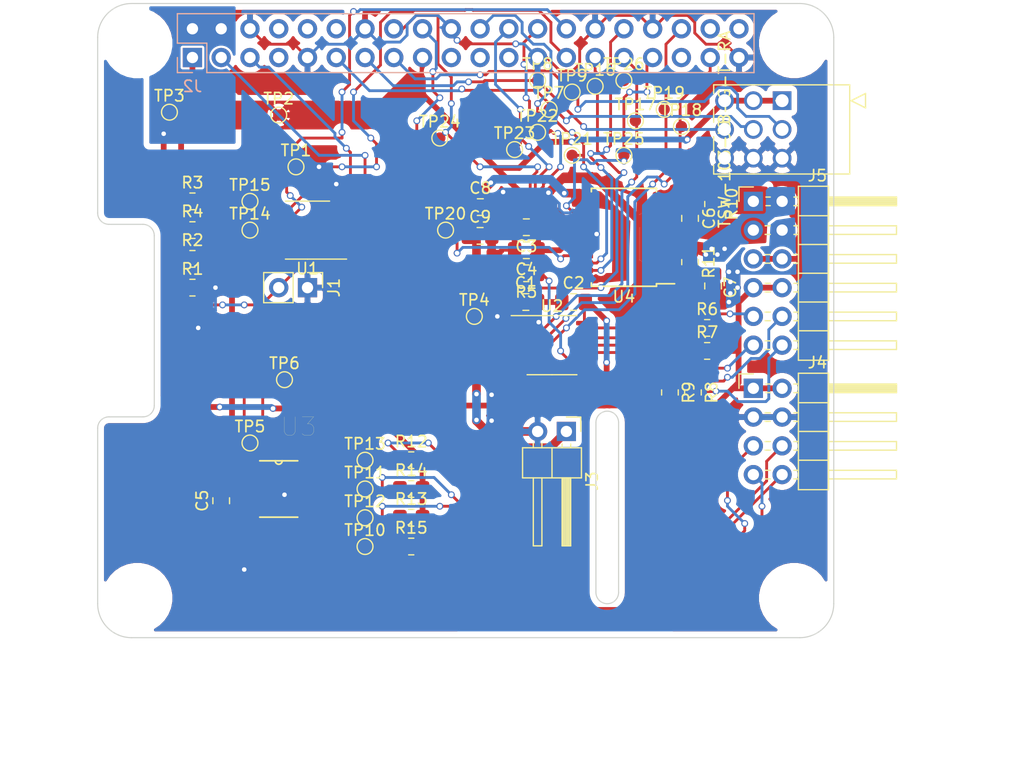
<source format=kicad_pcb>
(kicad_pcb (version 20171130) (host pcbnew 5.1.10-88a1d61d58~88~ubuntu20.04.1)
  (layers (0 F.Cu signal) (31 B.Cu signal) (34 B.Paste user) (35 F.Paste user) (36 B.SilkS user) (37 F.SilkS user) (38 B.Mask user) (39 F.Mask user) (44 Edge.Cuts user))
  (net 0 "")
  (net 1 "Net-(J1-Pad2)")
  (net 2 GND)
  (net 3 +3V3)
  (net 4 +5V)
  (net 5 "Net-(C6-Pad1)")
  (net 6 /Motor0_Out2)
  (net 7 "Net-(C7-Pad1)")
  (net 8 /Motor1_Out2)
  (net 9 +12V)
  (net 10 /SDA)
  (net 11 /SCL)
  (net 12 /SW0)
  (net 13 /SW1)
  (net 14 /SW2)
  (net 15 /MOTOR_STBY)
  (net 16 /MOTOR_AIN1)
  (net 17 /MOTOR_AIN2)
  (net 18 /MOTOR_BIN1)
  (net 19 /MOTOR_BIN2)
  (net 20 /ID_SD_EEPROM)
  (net 21 /ID_SC_EEPROM)
  (net 22 /ENCODER0_M0)
  (net 23 /ENCODER1_M0)
  (net 24 /MOTOR_PWM0)
  (net 25 /MOTOR_PWM1)
  (net 26 /ENCODER1_M1)
  (net 27 /ENCODER0_M1)
  (net 28 /SCL_ME0)
  (net 29 /SCL_ME1)
  (net 30 /SDA_ME0)
  (net 31 /SDA_ME1)
  (net 32 /Motor0_Out1)
  (net 33 /Motor1_Out1)
  (net 34 /M0_EN0_HV)
  (net 35 /M1_EN0_HV)
  (net 36 /M0_EN1_HV)
  (net 37 /M1_EN1_HV)
  (net 38 "Net-(R5-Pad1)")
  (module piHat:RPi_Hat_Mounting_Hole (layer F.Cu) (at 157.27 101.07)
    (fp_text reference H4 hide)
    (fp_text value 3mm_Mounting_Hole hide)
    (pad "" np_thru_hole circle (at 0 0) (size 2.75 2.75) (drill 2.75) (layers *.Cu *.Mask) (clearance 1.725))
  )
  (module piHat:RPi_Hat_Mounting_Hole (layer F.Cu) (at 157.27 52.07)
    (fp_text reference H3 hide)
    (fp_text value 3mm_Mounting_Hole hide)
    (pad "" np_thru_hole circle (at 0 0) (size 2.75 2.75) (drill 2.75) (layers *.Cu *.Mask) (clearance 1.725))
  )
  (module piHat:RPi_Hat_Mounting_Hole (layer F.Cu) (at 99.27 101.07)
    (fp_text reference H2 hide)
    (fp_text value 3mm_Mounting_Hole hide)
    (pad "" np_thru_hole circle (at 0 0) (size 2.75 2.75) (drill 2.75) (layers *.Cu *.Mask) (clearance 1.725))
  )
  (module piHat:RPi_Hat_Mounting_Hole (layer F.Cu) (at 99.27 52.07)
    (fp_text reference H1 hide)
    (fp_text value 3mm_Mounting_Hole hide)
    (pad "" np_thru_hole circle (at 0 0) (size 2.75 2.75) (drill 2.75) (layers *.Cu *.Mask) (clearance 1.725))
  )
  (module Connector_PinSocket_2.54mm:PinSocket_2x20_P2.54mm_Vertical (layer B.Cu) (at 104.14 53.34 270)
    (fp_text reference J2 (at 2.54 0) (layer B.SilkS) (effects (justify mirror)))
    (fp_text value RPi_GPIO)
    (pad 1 thru_hole rect (at 0 0 270) (size 1.7 1.7) (drill 1) (layers *.Cu *.Mask) (net 3 +3V3))
    (pad 2 thru_hole oval (at -2.54 0 270) (size 1.7 1.7) (drill 1) (layers *.Cu *.Mask) (net 4 +5V))
    (pad 3 thru_hole oval (at 0 -2.54 270) (size 1.7 1.7) (drill 1) (layers *.Cu *.Mask) (net 10 /SDA))
    (pad 4 thru_hole oval (at -2.54 -2.54 270) (size 1.7 1.7) (drill 1) (layers *.Cu *.Mask) (net 4 +5V))
    (pad 5 thru_hole oval (at 0 -5.08 270) (size 1.7 1.7) (drill 1) (layers *.Cu *.Mask) (net 11 /SCL))
    (pad 6 thru_hole oval (at -2.54 -5.08 270) (size 1.7 1.7) (drill 1) (layers *.Cu *.Mask) (net 2 GND))
    (pad 7 thru_hole oval (at 0 -7.62 270) (size 1.7 1.7) (drill 1) (layers *.Cu *.Mask))
    (pad 8 thru_hole oval (at -2.54 -7.62 270) (size 1.7 1.7) (drill 1) (layers *.Cu *.Mask))
    (pad 9 thru_hole oval (at 0 -10.16 270) (size 1.7 1.7) (drill 1) (layers *.Cu *.Mask) (net 2 GND))
    (pad 10 thru_hole oval (at -2.54 -10.16 270) (size 1.7 1.7) (drill 1) (layers *.Cu *.Mask))
    (pad 11 thru_hole oval (at 0 -12.7 270) (size 1.7 1.7) (drill 1) (layers *.Cu *.Mask) (net 12 /SW0))
    (pad 12 thru_hole oval (at -2.54 -12.7 270) (size 1.7 1.7) (drill 1) (layers *.Cu *.Mask))
    (pad 13 thru_hole oval (at 0 -15.24 270) (size 1.7 1.7) (drill 1) (layers *.Cu *.Mask) (net 13 /SW1))
    (pad 14 thru_hole oval (at -2.54 -15.24 270) (size 1.7 1.7) (drill 1) (layers *.Cu *.Mask) (net 2 GND))
    (pad 15 thru_hole oval (at 0 -17.78 270) (size 1.7 1.7) (drill 1) (layers *.Cu *.Mask) (net 14 /SW2))
    (pad 16 thru_hole oval (at -2.54 -17.78 270) (size 1.7 1.7) (drill 1) (layers *.Cu *.Mask) (net 15 /MOTOR_STBY))
    (pad 17 thru_hole oval (at 0 -20.32 270) (size 1.7 1.7) (drill 1) (layers *.Cu *.Mask) (net 3 +3V3))
    (pad 18 thru_hole oval (at -2.54 -20.32 270) (size 1.7 1.7) (drill 1) (layers *.Cu *.Mask) (net 16 /MOTOR_AIN1))
    (pad 19 thru_hole oval (at 0 -22.86 270) (size 1.7 1.7) (drill 1) (layers *.Cu *.Mask))
    (pad 20 thru_hole oval (at -2.54 -22.86 270) (size 1.7 1.7) (drill 1) (layers *.Cu *.Mask) (net 2 GND))
    (pad 21 thru_hole oval (at 0 -25.4 270) (size 1.7 1.7) (drill 1) (layers *.Cu *.Mask))
    (pad 22 thru_hole oval (at -2.54 -25.4 270) (size 1.7 1.7) (drill 1) (layers *.Cu *.Mask) (net 17 /MOTOR_AIN2))
    (pad 23 thru_hole oval (at 0 -27.94 270) (size 1.7 1.7) (drill 1) (layers *.Cu *.Mask))
    (pad 24 thru_hole oval (at -2.54 -27.94 270) (size 1.7 1.7) (drill 1) (layers *.Cu *.Mask) (net 18 /MOTOR_BIN1))
    (pad 25 thru_hole oval (at 0 -30.48 270) (size 1.7 1.7) (drill 1) (layers *.Cu *.Mask) (net 2 GND))
    (pad 26 thru_hole oval (at -2.54 -30.48 270) (size 1.7 1.7) (drill 1) (layers *.Cu *.Mask) (net 19 /MOTOR_BIN2))
    (pad 27 thru_hole oval (at 0 -33.02 270) (size 1.7 1.7) (drill 1) (layers *.Cu *.Mask) (net 20 /ID_SD_EEPROM))
    (pad 28 thru_hole oval (at -2.54 -33.02 270) (size 1.7 1.7) (drill 1) (layers *.Cu *.Mask) (net 21 /ID_SC_EEPROM))
    (pad 29 thru_hole oval (at 0 -35.56 270) (size 1.7 1.7) (drill 1) (layers *.Cu *.Mask) (net 22 /ENCODER0_M0))
    (pad 30 thru_hole oval (at -2.54 -35.56 270) (size 1.7 1.7) (drill 1) (layers *.Cu *.Mask) (net 2 GND))
    (pad 31 thru_hole oval (at 0 -38.1 270) (size 1.7 1.7) (drill 1) (layers *.Cu *.Mask) (net 23 /ENCODER1_M0))
    (pad 32 thru_hole oval (at -2.54 -38.1 270) (size 1.7 1.7) (drill 1) (layers *.Cu *.Mask) (net 24 /MOTOR_PWM0))
    (pad 33 thru_hole oval (at 0 -40.64 270) (size 1.7 1.7) (drill 1) (layers *.Cu *.Mask) (net 25 /MOTOR_PWM1))
    (pad 34 thru_hole oval (at -2.54 -40.64 270) (size 1.7 1.7) (drill 1) (layers *.Cu *.Mask) (net 2 GND))
    (pad 35 thru_hole oval (at 0 -43.18 270) (size 1.7 1.7) (drill 1) (layers *.Cu *.Mask))
    (pad 36 thru_hole oval (at -2.54 -43.18 270) (size 1.7 1.7) (drill 1) (layers *.Cu *.Mask) (net 26 /ENCODER1_M1))
    (pad 37 thru_hole oval (at 0 -45.72 270) (size 1.7 1.7) (drill 1) (layers *.Cu *.Mask) (net 27 /ENCODER0_M1))
    (pad 38 thru_hole oval (at -2.54 -45.72 270) (size 1.7 1.7) (drill 1) (layers *.Cu *.Mask))
    (pad 39 thru_hole oval (at 0 -48.26 270) (size 1.7 1.7) (drill 1) (layers *.Cu *.Mask) (net 2 GND))
    (pad 40 thru_hole oval (at -2.54 -48.26 270) (size 1.7 1.7) (drill 1) (layers *.Cu *.Mask))
  )
  (module Capacitor_SMD:C_0805_2012Metric_Pad1.18x1.45mm_HandSolder (layer F.Cu) (at 133.5825 74.93)
    (fp_text reference C1 (at 0 -1.68) (layer F.SilkS))
    (fp_text value 0.1u)
    (pad 2 smd roundrect (at 1.0375 0) (size 1.175 1.45) (layers F.Cu F.Paste F.Mask) (roundrect_rratio 0.212766) (net 2 GND))
    (pad 1 smd roundrect (at -1.0375 0) (size 1.175 1.45) (layers F.Cu F.Paste F.Mask) (roundrect_rratio 0.212766) (net 3 +3V3))
  )
  (module Capacitor_SMD:C_0805_2012Metric_Pad1.18x1.45mm_HandSolder (layer F.Cu) (at 137.795 74.93)
    (fp_text reference C2 (at 0 -1.68) (layer F.SilkS))
    (fp_text value 0.1u)
    (pad 1 smd roundrect (at -1.0375 0) (size 1.175 1.45) (layers F.Cu F.Paste F.Mask) (roundrect_rratio 0.212766) (net 2 GND))
    (pad 2 smd roundrect (at 1.0375 0) (size 1.175 1.45) (layers F.Cu F.Paste F.Mask) (roundrect_rratio 0.212766) (net 4 +5V))
  )
  (module Capacitor_SMD:C_0805_2012Metric_Pad1.18x1.45mm_HandSolder (layer F.Cu) (at 133.6255 68.326 180)
    (fp_text reference C3 (at 0 -1.68) (layer F.SilkS))
    (fp_text value 0.1u)
    (pad 2 smd roundrect (at 1.0375 0 180) (size 1.175 1.45) (layers F.Cu F.Paste F.Mask) (roundrect_rratio 0.212766) (net 2 GND))
    (pad 1 smd roundrect (at -1.0375 0 180) (size 1.175 1.45) (layers F.Cu F.Paste F.Mask) (roundrect_rratio 0.212766) (net 3 +3V3))
  )
  (module Capacitor_SMD:C_0805_2012Metric_Pad1.18x1.45mm_HandSolder (layer F.Cu) (at 133.6255 70.358 180)
    (fp_text reference C4 (at 0 -1.68) (layer F.SilkS))
    (fp_text value 10u)
    (pad 2 smd roundrect (at 1.0375 0 180) (size 1.175 1.45) (layers F.Cu F.Paste F.Mask) (roundrect_rratio 0.212766) (net 2 GND))
    (pad 1 smd roundrect (at -1.0375 0 180) (size 1.175 1.45) (layers F.Cu F.Paste F.Mask) (roundrect_rratio 0.212766) (net 3 +3V3))
  )
  (module Capacitor_SMD:C_0805_2012Metric_Pad1.18x1.45mm_HandSolder (layer F.Cu) (at 106.68 92.4775 90)
    (fp_text reference C5 (at 0 -1.68 90) (layer F.SilkS))
    (fp_text value 0.1u)
    (pad 1 smd roundrect (at -1.0375 0 90) (size 1.175 1.45) (layers F.Cu F.Paste F.Mask) (roundrect_rratio 0.212766) (net 2 GND))
    (pad 2 smd roundrect (at 1.0375 0 90) (size 1.175 1.45) (layers F.Cu F.Paste F.Mask) (roundrect_rratio 0.212766) (net 3 +3V3))
  )
  (module Capacitor_SMD:C_0805_2012Metric_Pad1.18x1.45mm_HandSolder (layer F.Cu) (at 148.082 67.5425 270)
    (fp_text reference C6 (at 0 -1.68 90) (layer F.SilkS))
    (fp_text value ?)
    (pad 1 smd roundrect (at -1.0375 0 270) (size 1.175 1.45) (layers F.Cu F.Paste F.Mask) (roundrect_rratio 0.212766) (net 5 "Net-(C6-Pad1)"))
    (pad 2 smd roundrect (at 1.0375 0 270) (size 1.175 1.45) (layers F.Cu F.Paste F.Mask) (roundrect_rratio 0.212766) (net 6 /Motor0_Out2))
  )
  (module Capacitor_SMD:C_0805_2012Metric_Pad1.18x1.45mm_HandSolder (layer F.Cu) (at 150.114 73.5115 270)
    (fp_text reference C7 (at 0.127 -1.524 90) (layer F.SilkS))
    (fp_text value ?)
    (pad 1 smd roundrect (at -1.0375 0 270) (size 1.175 1.45) (layers F.Cu F.Paste F.Mask) (roundrect_rratio 0.212766) (net 7 "Net-(C7-Pad1)"))
    (pad 2 smd roundrect (at 1.0375 0 270) (size 1.175 1.45) (layers F.Cu F.Paste F.Mask) (roundrect_rratio 0.212766) (net 8 /Motor1_Out2))
  )
  (module Capacitor_SMD:C_0805_2012Metric_Pad1.18x1.45mm_HandSolder (layer F.Cu) (at 129.5615 66.548)
    (fp_text reference C8 (at 0 -1.68) (layer F.SilkS))
    (fp_text value 0.1u)
    (pad 1 smd roundrect (at -1.0375 0) (size 1.175 1.45) (layers F.Cu F.Paste F.Mask) (roundrect_rratio 0.212766) (net 9 +12V))
    (pad 2 smd roundrect (at 1.0375 0) (size 1.175 1.45) (layers F.Cu F.Paste F.Mask) (roundrect_rratio 0.212766) (net 2 GND))
  )
  (module Capacitor_SMD:C_0805_2012Metric_Pad1.18x1.45mm_HandSolder (layer F.Cu) (at 129.54 69.088)
    (fp_text reference C9 (at 0 -1.68) (layer F.SilkS))
    (fp_text value 10u)
    (pad 2 smd roundrect (at 1.0375 0) (size 1.175 1.45) (layers F.Cu F.Paste F.Mask) (roundrect_rratio 0.212766) (net 2 GND))
    (pad 1 smd roundrect (at -1.0375 0) (size 1.175 1.45) (layers F.Cu F.Paste F.Mask) (roundrect_rratio 0.212766) (net 9 +12V))
  )
  (module Connector_PinHeader_2.54mm:PinHeader_1x02_P2.54mm_Vertical (layer F.Cu) (at 114.3 73.66 270)
    (fp_text reference J1 (at 0 -2.33 90) (layer F.SilkS))
    (fp_text value CONN_01X02)
    (pad 1 thru_hole rect (at 0 0 270) (size 1.7 1.7) (drill 1) (layers *.Cu *.Mask) (net 2 GND))
    (pad 2 thru_hole oval (at 0 2.54 270) (size 1.7 1.7) (drill 1) (layers *.Cu *.Mask) (net 1 "Net-(J1-Pad2)"))
  )
  (module Connector_PinHeader_2.54mm:PinHeader_1x02_P2.54mm_Horizontal (layer F.Cu) (at 137.16 86.36 270)
    (fp_text reference J3 (at 4.385 -2.27 90) (layer F.SilkS))
    (fp_text value "12V in")
    (pad 1 thru_hole rect (at 0 0 270) (size 1.7 1.7) (drill 1) (layers *.Cu *.Mask) (net 9 +12V))
    (pad 2 thru_hole oval (at 0 2.54 270) (size 1.7 1.7) (drill 1) (layers *.Cu *.Mask) (net 2 GND))
  )
  (module Connector_PinHeader_2.54mm:PinHeader_2x04_P2.54mm_Horizontal (layer F.Cu) (at 153.67 82.55)
    (fp_text reference J4 (at 5.655 -2.27) (layer F.SilkS))
    (fp_text value Conn_02x04_Row_Letter_First)
    (pad 1 thru_hole rect (at 0 0) (size 1.7 1.7) (drill 1) (layers *.Cu *.Mask) (net 4 +5V))
    (pad 2 thru_hole oval (at 2.54 0) (size 1.7 1.7) (drill 1) (layers *.Cu *.Mask) (net 4 +5V))
    (pad 3 thru_hole oval (at 0 2.54) (size 1.7 1.7) (drill 1) (layers *.Cu *.Mask) (net 2 GND))
    (pad 4 thru_hole oval (at 2.54 2.54) (size 1.7 1.7) (drill 1) (layers *.Cu *.Mask) (net 2 GND))
    (pad 5 thru_hole oval (at 0 5.08) (size 1.7 1.7) (drill 1) (layers *.Cu *.Mask) (net 28 /SCL_ME0))
    (pad 6 thru_hole oval (at 2.54 5.08) (size 1.7 1.7) (drill 1) (layers *.Cu *.Mask) (net 29 /SCL_ME1))
    (pad 7 thru_hole oval (at 0 7.62) (size 1.7 1.7) (drill 1) (layers *.Cu *.Mask) (net 30 /SDA_ME0))
    (pad 8 thru_hole oval (at 2.54 7.62) (size 1.7 1.7) (drill 1) (layers *.Cu *.Mask) (net 31 /SDA_ME1))
  )
  (module Connector_PinHeader_2.54mm:PinHeader_2x06_P2.54mm_Horizontal (layer F.Cu) (at 153.67 66.04)
    (fp_text reference J5 (at 5.655 -2.27) (layer F.SilkS))
    (fp_text value Conn_02x06_Row_Letter_First)
    (pad 1 thru_hole rect (at 0 0) (size 1.7 1.7) (drill 1) (layers *.Cu *.Mask) (net 32 /Motor0_Out1))
    (pad 2 thru_hole oval (at 2.54 0) (size 1.7 1.7) (drill 1) (layers *.Cu *.Mask) (net 33 /Motor1_Out1))
    (pad 3 thru_hole oval (at 0 2.54) (size 1.7 1.7) (drill 1) (layers *.Cu *.Mask) (net 6 /Motor0_Out2))
    (pad 4 thru_hole oval (at 2.54 2.54) (size 1.7 1.7) (drill 1) (layers *.Cu *.Mask) (net 8 /Motor1_Out2))
    (pad 5 thru_hole oval (at 0 5.08) (size 1.7 1.7) (drill 1) (layers *.Cu *.Mask) (net 2 GND))
    (pad 6 thru_hole oval (at 2.54 5.08) (size 1.7 1.7) (drill 1) (layers *.Cu *.Mask) (net 2 GND))
    (pad 7 thru_hole oval (at 0 7.62) (size 1.7 1.7) (drill 1) (layers *.Cu *.Mask) (net 4 +5V))
    (pad 8 thru_hole oval (at 2.54 7.62) (size 1.7 1.7) (drill 1) (layers *.Cu *.Mask) (net 4 +5V))
    (pad 9 thru_hole oval (at 0 10.16) (size 1.7 1.7) (drill 1) (layers *.Cu *.Mask) (net 34 /M0_EN0_HV))
    (pad 10 thru_hole oval (at 2.54 10.16) (size 1.7 1.7) (drill 1) (layers *.Cu *.Mask) (net 35 /M1_EN0_HV))
    (pad 11 thru_hole oval (at 0 12.7) (size 1.7 1.7) (drill 1) (layers *.Cu *.Mask) (net 36 /M0_EN1_HV))
    (pad 12 thru_hole oval (at 2.54 12.7) (size 1.7 1.7) (drill 1) (layers *.Cu *.Mask) (net 37 /M1_EN1_HV))
  )
  (module piHat:TSW-103-08-G-T-RA (layer F.Cu) (at 156.21 57.15 270)
    (fp_text reference J6 (at 2.54 5.08 90) (layer F.SilkS))
    (fp_text value TSW-103-08-G-T-RA (at 2.54 5.08 90) (layer F.SilkS))
    (fp_text user * (at 0 0 90) (layer F.SilkS))
    (pad 1 thru_hole rect (at 0 0 270) (size 1.651 1.651) (drill 1.143) (layers *.Cu *.Mask) (net 3 +3V3))
    (pad 2 thru_hole circle (at 2.54 0 270) (size 1.651 1.651) (drill 1.143) (layers *.Cu *.Mask) (net 14 /SW2))
    (pad 3 thru_hole circle (at 5.08 0 270) (size 1.651 1.651) (drill 1.143) (layers *.Cu *.Mask) (net 2 GND))
    (pad 4 thru_hole circle (at 0 2.54 270) (size 1.651 1.651) (drill 1.143) (layers *.Cu *.Mask) (net 3 +3V3))
    (pad 5 thru_hole circle (at 2.54 2.54 270) (size 1.651 1.651) (drill 1.143) (layers *.Cu *.Mask) (net 12 /SW0))
    (pad 6 thru_hole circle (at 5.08 2.54 270) (size 1.651 1.651) (drill 1.143) (layers *.Cu *.Mask) (net 2 GND))
    (pad 7 thru_hole circle (at 0 5.08 270) (size 1.651 1.651) (drill 1.143) (layers *.Cu *.Mask) (net 3 +3V3))
    (pad 8 thru_hole circle (at 2.54 5.08 270) (size 1.651 1.651) (drill 1.143) (layers *.Cu *.Mask) (net 13 /SW1))
    (pad 9 thru_hole circle (at 5.08 5.08 270) (size 1.651 1.651) (drill 1.143) (layers *.Cu *.Mask) (net 2 GND))
  )
  (module Resistor_SMD:R_0805_2012Metric_Pad1.20x1.40mm_HandSolder (layer F.Cu) (at 104.14 73.66)
    (fp_text reference R1 (at 0 -1.65) (layer F.SilkS))
    (fp_text value DNP)
    (pad 2 smd roundrect (at 1 0) (size 1.2 1.4) (layers F.Cu F.Paste F.Mask) (roundrect_rratio 0.208333) (net 2 GND))
    (pad 1 smd roundrect (at -1 0) (size 1.2 1.4) (layers F.Cu F.Paste F.Mask) (roundrect_rratio 0.208333) (net 1 "Net-(J1-Pad2)"))
  )
  (module Resistor_SMD:R_0805_2012Metric_Pad1.20x1.40mm_HandSolder (layer F.Cu) (at 104.14 71.12)
    (fp_text reference R2 (at 0 -1.65) (layer F.SilkS))
    (fp_text value 10K)
    (pad 1 smd roundrect (at -1 0) (size 1.2 1.4) (layers F.Cu F.Paste F.Mask) (roundrect_rratio 0.208333) (net 1 "Net-(J1-Pad2)"))
    (pad 2 smd roundrect (at 1 0) (size 1.2 1.4) (layers F.Cu F.Paste F.Mask) (roundrect_rratio 0.208333) (net 3 +3V3))
  )
  (module Resistor_SMD:R_0805_2012Metric_Pad1.20x1.40mm_HandSolder (layer F.Cu) (at 104.14 66.04)
    (fp_text reference R3 (at 0 -1.65) (layer F.SilkS))
    (fp_text value 3.9K)
    (pad 1 smd roundrect (at -1 0) (size 1.2 1.4) (layers F.Cu F.Paste F.Mask) (roundrect_rratio 0.208333) (net 3 +3V3))
    (pad 2 smd roundrect (at 1 0) (size 1.2 1.4) (layers F.Cu F.Paste F.Mask) (roundrect_rratio 0.208333) (net 20 /ID_SD_EEPROM))
  )
  (module Resistor_SMD:R_0805_2012Metric_Pad1.20x1.40mm_HandSolder (layer F.Cu) (at 104.14 68.58)
    (fp_text reference R4 (at 0 -1.65) (layer F.SilkS))
    (fp_text value 3.9K)
    (pad 2 smd roundrect (at 1 0) (size 1.2 1.4) (layers F.Cu F.Paste F.Mask) (roundrect_rratio 0.208333) (net 21 /ID_SC_EEPROM))
    (pad 1 smd roundrect (at -1 0) (size 1.2 1.4) (layers F.Cu F.Paste F.Mask) (roundrect_rratio 0.208333) (net 3 +3V3))
  )
  (module Resistor_SMD:R_0805_2012Metric_Pad1.20x1.40mm_HandSolder (layer F.Cu) (at 133.62 72.39 180)
    (fp_text reference R5 (at 0 -1.65) (layer F.SilkS))
    (fp_text value 3.8k)
    (pad 1 smd roundrect (at -1 0 180) (size 1.2 1.4) (layers F.Cu F.Paste F.Mask) (roundrect_rratio 0.208333) (net 38 "Net-(R5-Pad1)"))
    (pad 2 smd roundrect (at 1 0 180) (size 1.2 1.4) (layers F.Cu F.Paste F.Mask) (roundrect_rratio 0.208333) (net 3 +3V3))
  )
  (module Resistor_SMD:R_0805_2012Metric_Pad1.20x1.40mm_HandSolder (layer F.Cu) (at 149.59 77.216)
    (fp_text reference R6 (at 0 -1.65) (layer F.SilkS))
    (fp_text value 3.8k)
    (pad 2 smd roundrect (at 1 0) (size 1.2 1.4) (layers F.Cu F.Paste F.Mask) (roundrect_rratio 0.208333) (net 4 +5V))
    (pad 1 smd roundrect (at -1 0) (size 1.2 1.4) (layers F.Cu F.Paste F.Mask) (roundrect_rratio 0.208333) (net 34 /M0_EN0_HV))
  )
  (module Resistor_SMD:R_0805_2012Metric_Pad1.20x1.40mm_HandSolder (layer F.Cu) (at 149.59 79.248)
    (fp_text reference R7 (at 0 -1.65) (layer F.SilkS))
    (fp_text value 3.8k)
    (pad 1 smd roundrect (at -1 0) (size 1.2 1.4) (layers F.Cu F.Paste F.Mask) (roundrect_rratio 0.208333) (net 36 /M0_EN1_HV))
    (pad 2 smd roundrect (at 1 0) (size 1.2 1.4) (layers F.Cu F.Paste F.Mask) (roundrect_rratio 0.208333) (net 4 +5V))
  )
  (module Resistor_SMD:R_0805_2012Metric_Pad1.20x1.40mm_HandSolder (layer F.Cu) (at 148.336 82.915 270)
    (fp_text reference R8 (at 0 -1.65 90) (layer F.SilkS))
    (fp_text value 3.8k)
    (pad 1 smd roundrect (at -1 0 270) (size 1.2 1.4) (layers F.Cu F.Paste F.Mask) (roundrect_rratio 0.208333) (net 35 /M1_EN0_HV))
    (pad 2 smd roundrect (at 1 0 270) (size 1.2 1.4) (layers F.Cu F.Paste F.Mask) (roundrect_rratio 0.208333) (net 4 +5V))
  )
  (module Resistor_SMD:R_0805_2012Metric_Pad1.20x1.40mm_HandSolder (layer F.Cu) (at 146.304 82.915 270)
    (fp_text reference R9 (at 0 -1.65 90) (layer F.SilkS))
    (fp_text value 3.8k)
    (pad 2 smd roundrect (at 1 0 270) (size 1.2 1.4) (layers F.Cu F.Paste F.Mask) (roundrect_rratio 0.208333) (net 4 +5V))
    (pad 1 smd roundrect (at -1 0 270) (size 1.2 1.4) (layers F.Cu F.Paste F.Mask) (roundrect_rratio 0.208333) (net 37 /M1_EN1_HV))
  )
  (module Resistor_SMD:R_0805_2012Metric_Pad1.20x1.40mm_HandSolder (layer F.Cu) (at 150.114 66.278 270)
    (fp_text reference R10 (at 0 -1.65 90) (layer F.SilkS))
    (fp_text value ?)
    (pad 2 smd roundrect (at 1 0 270) (size 1.2 1.4) (layers F.Cu F.Paste F.Mask) (roundrect_rratio 0.208333) (net 5 "Net-(C6-Pad1)"))
    (pad 1 smd roundrect (at -1 0 270) (size 1.2 1.4) (layers F.Cu F.Paste F.Mask) (roundrect_rratio 0.208333) (net 32 /Motor0_Out1))
  )
  (module Resistor_SMD:R_0805_2012Metric_Pad1.20x1.40mm_HandSolder (layer F.Cu) (at 148.082 71.406 270)
    (fp_text reference R11 (at 0 -1.65 90) (layer F.SilkS))
    (fp_text value ?)
    (pad 1 smd roundrect (at -1 0 270) (size 1.2 1.4) (layers F.Cu F.Paste F.Mask) (roundrect_rratio 0.208333) (net 33 /Motor1_Out1))
    (pad 2 smd roundrect (at 1 0 270) (size 1.2 1.4) (layers F.Cu F.Paste F.Mask) (roundrect_rratio 0.208333) (net 7 "Net-(C7-Pad1)"))
  )
  (module Resistor_SMD:R_0805_2012Metric_Pad1.20x1.40mm_HandSolder (layer F.Cu) (at 123.46 88.9)
    (fp_text reference R12 (at 0 -1.65) (layer F.SilkS))
    (fp_text value 1.8k)
    (pad 2 smd roundrect (at 1 0) (size 1.2 1.4) (layers F.Cu F.Paste F.Mask) (roundrect_rratio 0.208333) (net 4 +5V))
    (pad 1 smd roundrect (at -1 0) (size 1.2 1.4) (layers F.Cu F.Paste F.Mask) (roundrect_rratio 0.208333) (net 29 /SCL_ME1))
  )
  (module Resistor_SMD:R_0805_2012Metric_Pad1.20x1.40mm_HandSolder (layer F.Cu) (at 123.46 93.98)
    (fp_text reference R13 (at 0 -1.65) (layer F.SilkS))
    (fp_text value 1.8k)
    (pad 1 smd roundrect (at -1 0) (size 1.2 1.4) (layers F.Cu F.Paste F.Mask) (roundrect_rratio 0.208333) (net 28 /SCL_ME0))
    (pad 2 smd roundrect (at 1 0) (size 1.2 1.4) (layers F.Cu F.Paste F.Mask) (roundrect_rratio 0.208333) (net 4 +5V))
  )
  (module Resistor_SMD:R_0805_2012Metric_Pad1.20x1.40mm_HandSolder (layer F.Cu) (at 123.46 91.44)
    (fp_text reference R14 (at 0 -1.65) (layer F.SilkS))
    (fp_text value 1.8k)
    (pad 2 smd roundrect (at 1 0) (size 1.2 1.4) (layers F.Cu F.Paste F.Mask) (roundrect_rratio 0.208333) (net 4 +5V))
    (pad 1 smd roundrect (at -1 0) (size 1.2 1.4) (layers F.Cu F.Paste F.Mask) (roundrect_rratio 0.208333) (net 31 /SDA_ME1))
  )
  (module Resistor_SMD:R_0805_2012Metric_Pad1.20x1.40mm_HandSolder (layer F.Cu) (at 123.46 96.52)
    (fp_text reference R15 (at 0 -1.65) (layer F.SilkS))
    (fp_text value 1.8k)
    (pad 1 smd roundrect (at -1 0) (size 1.2 1.4) (layers F.Cu F.Paste F.Mask) (roundrect_rratio 0.208333) (net 30 /SDA_ME0))
    (pad 2 smd roundrect (at 1 0) (size 1.2 1.4) (layers F.Cu F.Paste F.Mask) (roundrect_rratio 0.208333) (net 4 +5V))
  )
  (module TestPoint:TestPoint_Pad_D1.0mm (layer F.Cu) (at 113.284 62.992)
    (fp_text reference TP1 (at 0 -1.448) (layer F.SilkS))
    (fp_text value DIS_EL_TP)
    (pad 1 smd circle (at 0 0) (size 1 1) (layers F.Cu F.Mask) (net 2 GND))
  )
  (module TestPoint:TestPoint_Pad_D1.0mm (layer F.Cu) (at 111.76 58.42)
    (fp_text reference TP2 (at 0 -1.448) (layer F.SilkS))
    (fp_text value DIS_EL_TP)
    (pad 1 smd circle (at 0 0) (size 1 1) (layers F.Cu F.Mask) (net 3 +3V3))
  )
  (module TestPoint:TestPoint_Pad_D1.0mm (layer F.Cu) (at 102.108 58.166)
    (fp_text reference TP3 (at 0 -1.448) (layer F.SilkS))
    (fp_text value DIS_EL_TP)
    (pad 1 smd circle (at 0 0) (size 1 1) (layers F.Cu F.Mask) (net 4 +5V))
  )
  (module TestPoint:TestPoint_Pad_D1.0mm (layer F.Cu) (at 129.032 76.2)
    (fp_text reference TP4 (at 0 -1.448) (layer F.SilkS))
    (fp_text value DIS_EL_TP)
    (pad 1 smd circle (at 0 0) (size 1 1) (layers F.Cu F.Mask) (net 9 +12V))
  )
  (module TestPoint:TestPoint_Pad_D1.0mm (layer F.Cu) (at 109.22 87.376)
    (fp_text reference TP5 (at 0 -1.448) (layer F.SilkS))
    (fp_text value DIS_EL_TP)
    (pad 1 smd circle (at 0 0) (size 1 1) (layers F.Cu F.Mask) (net 11 /SCL))
  )
  (module TestPoint:TestPoint_Pad_D1.0mm (layer F.Cu) (at 112.268 81.788)
    (fp_text reference TP6 (at 0 -1.448) (layer F.SilkS))
    (fp_text value DIS_EL_TP)
    (pad 1 smd circle (at 0 0) (size 1 1) (layers F.Cu F.Mask) (net 10 /SDA))
  )
  (module TestPoint:TestPoint_Pad_D1.0mm (layer F.Cu) (at 135.636 57.912)
    (fp_text reference TP7 (at 0 -1.448) (layer F.SilkS))
    (fp_text value DIS_EL_TP)
    (pad 1 smd circle (at 0 0) (size 1 1) (layers F.Cu F.Mask) (net 12 /SW0))
  )
  (module TestPoint:TestPoint_Pad_D1.0mm (layer F.Cu) (at 134.62 55.372)
    (fp_text reference TP8 (at 0 -1.448) (layer F.SilkS))
    (fp_text value DIS_EL_TP)
    (pad 1 smd circle (at 0 0) (size 1 1) (layers F.Cu F.Mask) (net 13 /SW1))
  )
  (module TestPoint:TestPoint_Pad_D1.0mm (layer F.Cu) (at 137.668 56.388)
    (fp_text reference TP9 (at 0 -1.448) (layer F.SilkS))
    (fp_text value DIS_EL_TP)
    (pad 1 smd circle (at 0 0) (size 1 1) (layers F.Cu F.Mask) (net 14 /SW2))
  )
  (module TestPoint:TestPoint_Pad_D1.0mm (layer F.Cu) (at 119.38 96.52)
    (fp_text reference TP10 (at 0 -1.448) (layer F.SilkS))
    (fp_text value DIS_EL_TP)
    (pad 1 smd circle (at 0 0) (size 1 1) (layers F.Cu F.Mask) (net 30 /SDA_ME0))
  )
  (module TestPoint:TestPoint_Pad_D1.0mm (layer F.Cu) (at 119.38 91.44)
    (fp_text reference TP11 (at 0 -1.448) (layer F.SilkS))
    (fp_text value DIS_EL_TP)
    (pad 1 smd circle (at 0 0) (size 1 1) (layers F.Cu F.Mask) (net 31 /SDA_ME1))
  )
  (module TestPoint:TestPoint_Pad_D1.0mm (layer F.Cu) (at 119.38 93.98)
    (fp_text reference TP12 (at 0 -1.448) (layer F.SilkS))
    (fp_text value DIS_EL_TP)
    (pad 1 smd circle (at 0 0) (size 1 1) (layers F.Cu F.Mask) (net 28 /SCL_ME0))
  )
  (module TestPoint:TestPoint_Pad_D1.0mm (layer F.Cu) (at 119.38 88.9)
    (fp_text reference TP13 (at 0 -1.448) (layer F.SilkS))
    (fp_text value DIS_EL_TP)
    (pad 1 smd circle (at 0 0) (size 1 1) (layers F.Cu F.Mask) (net 29 /SCL_ME1))
  )
  (module TestPoint:TestPoint_Pad_D1.0mm (layer F.Cu) (at 109.22 68.58)
    (fp_text reference TP14 (at 0 -1.448) (layer F.SilkS))
    (fp_text value DIS_EL_TP)
    (pad 1 smd circle (at 0 0) (size 1 1) (layers F.Cu F.Mask) (net 21 /ID_SC_EEPROM))
  )
  (module TestPoint:TestPoint_Pad_D1.0mm (layer F.Cu) (at 109.22 66.04)
    (fp_text reference TP15 (at 0 -1.448) (layer F.SilkS))
    (fp_text value DIS_EL_TP)
    (pad 1 smd circle (at 0 0) (size 1 1) (layers F.Cu F.Mask) (net 20 /ID_SD_EEPROM))
  )
  (module TestPoint:TestPoint_Pad_D1.0mm (layer F.Cu) (at 139.7 55.88)
    (fp_text reference TP16 (at 0 -1.448) (layer F.SilkS))
    (fp_text value DIS_EL_TP)
    (pad 1 smd circle (at 0 0) (size 1 1) (layers F.Cu F.Mask) (net 22 /ENCODER0_M0))
  )
  (module TestPoint:TestPoint_Pad_D1.0mm (layer F.Cu) (at 143.256 58.928)
    (fp_text reference TP17 (at 0 -1.448) (layer F.SilkS))
    (fp_text value DIS_EL_TP)
    (pad 1 smd circle (at 0 0) (size 1 1) (layers F.Cu F.Mask) (net 23 /ENCODER1_M0))
  )
  (module TestPoint:TestPoint_Pad_D1.0mm (layer F.Cu) (at 147.32 59.436)
    (fp_text reference TP18 (at 0 -1.448) (layer F.SilkS))
    (fp_text value DIS_EL_TP)
    (pad 1 smd circle (at 0 0) (size 1 1) (layers F.Cu F.Mask) (net 27 /ENCODER0_M1))
  )
  (module TestPoint:TestPoint_Pad_D1.0mm (layer F.Cu) (at 145.796 57.912)
    (fp_text reference TP19 (at 0 -1.448) (layer F.SilkS))
    (fp_text value DIS_EL_TP)
    (pad 1 smd circle (at 0 0) (size 1 1) (layers F.Cu F.Mask) (net 26 /ENCODER1_M1))
  )
  (module TestPoint:TestPoint_Pad_D1.0mm (layer F.Cu) (at 126.492 68.58)
    (fp_text reference TP20 (at 0 -1.448) (layer F.SilkS))
    (fp_text value DIS_EL_TP)
    (pad 1 smd circle (at 0 0) (size 1 1) (layers F.Cu F.Mask) (net 16 /MOTOR_AIN1))
  )
  (module TestPoint:TestPoint_Pad_D1.0mm (layer F.Cu) (at 137.668 61.976)
    (fp_text reference TP21 (at 0 -1.448) (layer F.SilkS))
    (fp_text value DIS_EL_TP)
    (pad 1 smd circle (at 0 0) (size 1 1) (layers F.Cu F.Mask) (net 17 /MOTOR_AIN2))
  )
  (module TestPoint:TestPoint_Pad_D1.0mm (layer F.Cu) (at 134.62 59.944)
    (fp_text reference TP22 (at 0 -1.448) (layer F.SilkS))
    (fp_text value DIS_EL_TP)
    (pad 1 smd circle (at 0 0) (size 1 1) (layers F.Cu F.Mask) (net 19 /MOTOR_BIN2))
  )
  (module TestPoint:TestPoint_Pad_D1.0mm (layer F.Cu) (at 132.588 61.468)
    (fp_text reference TP23 (at 0 -1.448) (layer F.SilkS))
    (fp_text value DIS_EL_TP)
    (pad 1 smd circle (at 0 0) (size 1 1) (layers F.Cu F.Mask) (net 18 /MOTOR_BIN1))
  )
  (module TestPoint:TestPoint_Pad_D1.0mm (layer F.Cu) (at 125.984 60.452)
    (fp_text reference TP24 (at 0 -1.448) (layer F.SilkS))
    (fp_text value DIS_EL_TP)
    (pad 1 smd circle (at 0 0) (size 1 1) (layers F.Cu F.Mask) (net 15 /MOTOR_STBY))
  )
  (module TestPoint:TestPoint_Pad_D1.0mm (layer F.Cu) (at 142.24 61.976)
    (fp_text reference TP25 (at 0 -1.448) (layer F.SilkS))
    (fp_text value DIS_EL_TP)
    (pad 1 smd circle (at 0 0) (size 1 1) (layers F.Cu F.Mask) (net 25 /MOTOR_PWM1))
  )
  (module TestPoint:TestPoint_Pad_D1.0mm (layer F.Cu) (at 142.24 55.372)
    (fp_text reference TP26 (at 0 -1.448) (layer F.SilkS))
    (fp_text value DIS_EL_TP)
    (pad 1 smd circle (at 0 0) (size 1 1) (layers F.Cu F.Mask) (net 24 /MOTOR_PWM0))
  )
  (module Package_SO:SOIC-8_3.9x4.9mm_P1.27mm (layer F.Cu) (at 114.3 68.58 180)
    (fp_text reference U1 (at 0 -3.4) (layer F.SilkS))
    (fp_text value CAT24C32)
    (pad 1 smd roundrect (at -2.475 -1.905 180) (size 1.95 0.6) (layers F.Cu F.Paste F.Mask) (net 2 GND))
    (pad 2 smd roundrect (at -2.475 -0.635 180) (size 1.95 0.6) (layers F.Cu F.Paste F.Mask) (net 2 GND))
    (pad 3 smd roundrect (at -2.475 0.635 180) (size 1.95 0.6) (layers F.Cu F.Paste F.Mask) (net 2 GND))
    (pad 4 smd roundrect (at -2.475 1.905 180) (size 1.95 0.6) (layers F.Cu F.Paste F.Mask) (net 2 GND))
    (pad 5 smd roundrect (at 2.475 1.905 180) (size 1.95 0.6) (layers F.Cu F.Paste F.Mask) (net 20 /ID_SD_EEPROM))
    (pad 6 smd roundrect (at 2.475 0.635 180) (size 1.95 0.6) (layers F.Cu F.Paste F.Mask) (net 21 /ID_SC_EEPROM))
    (pad 7 smd roundrect (at 2.475 -0.635 180) (size 1.95 0.6) (layers F.Cu F.Paste F.Mask) (net 1 "Net-(J1-Pad2)"))
    (pad 8 smd roundrect (at 2.475 -1.905 180) (size 1.95 0.6) (layers F.Cu F.Paste F.Mask) (net 3 +3V3))
  )
  (module Package_SO:TSSOP-14_4.4x5mm_P0.65mm (layer F.Cu) (at 135.89 78.74)
    (fp_text reference U2 (at 0 -3.45) (layer F.SilkS))
    (fp_text value TXB0104PW)
    (pad 1 smd roundrect (at -2.8625 -1.95) (size 1.475 0.4) (layers F.Cu F.Paste F.Mask) (net 3 +3V3))
    (pad 2 smd roundrect (at -2.8625 -1.3) (size 1.475 0.4) (layers F.Cu F.Paste F.Mask) (net 22 /ENCODER0_M0))
    (pad 3 smd roundrect (at -2.8625 -0.65) (size 1.475 0.4) (layers F.Cu F.Paste F.Mask) (net 23 /ENCODER1_M0))
    (pad 4 smd roundrect (at -2.8625 0) (size 1.475 0.4) (layers F.Cu F.Paste F.Mask) (net 27 /ENCODER0_M1))
    (pad 5 smd roundrect (at -2.8625 0.65) (size 1.475 0.4) (layers F.Cu F.Paste F.Mask) (net 26 /ENCODER1_M1))
    (pad 6 smd roundrect (at -2.8625 1.3) (size 1.475 0.4) (layers F.Cu F.Paste F.Mask))
    (pad 7 smd roundrect (at -2.8625 1.95) (size 1.475 0.4) (layers F.Cu F.Paste F.Mask) (net 2 GND))
    (pad 8 smd roundrect (at 2.8625 1.95) (size 1.475 0.4) (layers F.Cu F.Paste F.Mask) (net 38 "Net-(R5-Pad1)"))
    (pad 9 smd roundrect (at 2.8625 1.3) (size 1.475 0.4) (layers F.Cu F.Paste F.Mask))
    (pad 10 smd roundrect (at 2.8625 0.65) (size 1.475 0.4) (layers F.Cu F.Paste F.Mask) (net 37 /M1_EN1_HV))
    (pad 11 smd roundrect (at 2.8625 0) (size 1.475 0.4) (layers F.Cu F.Paste F.Mask) (net 35 /M1_EN0_HV))
    (pad 12 smd roundrect (at 2.8625 -0.65) (size 1.475 0.4) (layers F.Cu F.Paste F.Mask) (net 36 /M0_EN1_HV))
    (pad 13 smd roundrect (at 2.8625 -1.3) (size 1.475 0.4) (layers F.Cu F.Paste F.Mask) (net 34 /M0_EN0_HV))
    (pad 14 smd roundrect (at 2.8625 -1.95) (size 1.475 0.4) (layers F.Cu F.Paste F.Mask) (net 4 +5V))
  )
  (module Package_SO:SSOP-24_5.3x8.2mm_P0.65mm (layer F.Cu) (at 142.24 69.215 180)
    (fp_text reference U4 (at 0 -5.25) (layer F.SilkS))
    (fp_text value TB6612FNG)
    (pad 1 smd rect (at -3.6 -3.575 180) (size 1.75 0.45) (layers F.Cu F.Paste F.Mask) (net 8 /Motor1_Out2))
    (pad 2 smd rect (at -3.6 -2.925 180) (size 1.75 0.45) (layers F.Cu F.Paste F.Mask) (net 8 /Motor1_Out2))
    (pad 3 smd rect (at -3.6 -2.275 180) (size 1.75 0.45) (layers F.Cu F.Paste F.Mask) (net 2 GND))
    (pad 4 smd rect (at -3.6 -1.625 180) (size 1.75 0.45) (layers F.Cu F.Paste F.Mask) (net 2 GND))
    (pad 5 smd rect (at -3.6 -0.975 180) (size 1.75 0.45) (layers F.Cu F.Paste F.Mask) (net 33 /Motor1_Out1))
    (pad 6 smd rect (at -3.6 -0.325 180) (size 1.75 0.45) (layers F.Cu F.Paste F.Mask) (net 33 /Motor1_Out1))
    (pad 7 smd rect (at -3.6 0.325 180) (size 1.75 0.45) (layers F.Cu F.Paste F.Mask) (net 6 /Motor0_Out2))
    (pad 8 smd rect (at -3.6 0.975 180) (size 1.75 0.45) (layers F.Cu F.Paste F.Mask) (net 6 /Motor0_Out2))
    (pad 9 smd rect (at -3.6 1.625 180) (size 1.75 0.45) (layers F.Cu F.Paste F.Mask) (net 2 GND))
    (pad 10 smd rect (at -3.6 2.275 180) (size 1.75 0.45) (layers F.Cu F.Paste F.Mask) (net 2 GND))
    (pad 11 smd rect (at -3.6 2.925 180) (size 1.75 0.45) (layers F.Cu F.Paste F.Mask) (net 32 /Motor0_Out1))
    (pad 12 smd rect (at -3.6 3.575 180) (size 1.75 0.45) (layers F.Cu F.Paste F.Mask) (net 32 /Motor0_Out1))
    (pad 13 smd rect (at 3.6 3.575 180) (size 1.75 0.45) (layers F.Cu F.Paste F.Mask) (net 9 +12V))
    (pad 14 smd rect (at 3.6 2.925 180) (size 1.75 0.45) (layers F.Cu F.Paste F.Mask) (net 9 +12V))
    (pad 15 smd rect (at 3.6 2.275 180) (size 1.75 0.45) (layers F.Cu F.Paste F.Mask) (net 25 /MOTOR_PWM1))
    (pad 16 smd rect (at 3.6 1.625 180) (size 1.75 0.45) (layers F.Cu F.Paste F.Mask) (net 19 /MOTOR_BIN2))
    (pad 17 smd rect (at 3.6 0.975 180) (size 1.75 0.45) (layers F.Cu F.Paste F.Mask) (net 18 /MOTOR_BIN1))
    (pad 18 smd rect (at 3.6 0.325 180) (size 1.75 0.45) (layers F.Cu F.Paste F.Mask) (net 2 GND))
    (pad 19 smd rect (at 3.6 -0.325 180) (size 1.75 0.45) (layers F.Cu F.Paste F.Mask) (net 15 /MOTOR_STBY))
    (pad 20 smd rect (at 3.6 -0.975 180) (size 1.75 0.45) (layers F.Cu F.Paste F.Mask) (net 3 +3V3))
    (pad 21 smd rect (at 3.6 -1.625 180) (size 1.75 0.45) (layers F.Cu F.Paste F.Mask) (net 16 /MOTOR_AIN1))
    (pad 22 smd rect (at 3.6 -2.275 180) (size 1.75 0.45) (layers F.Cu F.Paste F.Mask) (net 17 /MOTOR_AIN2))
    (pad 23 smd rect (at 3.6 -2.925 180) (size 1.75 0.45) (layers F.Cu F.Paste F.Mask) (net 24 /MOTOR_PWM0))
    (pad 24 smd rect (at 3.6 -3.575 180) (size 1.75 0.45) (layers F.Cu F.Paste F.Mask) (net 9 +12V))
  )
  (module SOIC127P600X175-8N (layer F.Cu) (at 111.76 91.44)
    (fp_text reference U3 (at 1.75413 -5.49119) (layer F.SilkS) (effects (font (size 1.641433 1.641433) (thickness 0.015))))
    (fp_text value PCA9540BD,118)
    (pad 1 smd rect (at -2.5908 -1.905) (size 1.7018 0.5334) (layers F.Cu F.Paste F.Mask) (net 11 /SCL))
    (pad 2 smd rect (at -2.5908 -0.635) (size 1.7018 0.5334) (layers F.Cu F.Paste F.Mask) (net 10 /SDA))
    (pad 3 smd rect (at -2.5908 0.635) (size 1.7018 0.5334) (layers F.Cu F.Paste F.Mask) (net 3 +3V3))
    (pad 4 smd rect (at -2.5908 1.905) (size 1.7018 0.5334) (layers F.Cu F.Paste F.Mask) (net 30 /SDA_ME0))
    (pad 5 smd rect (at 2.5908 1.905) (size 1.7018 0.5334) (layers F.Cu F.Paste F.Mask) (net 28 /SCL_ME0))
    (pad 6 smd rect (at 2.5908 0.635) (size 1.7018 0.5334) (layers F.Cu F.Paste F.Mask) (net 2 GND))
    (pad 7 smd rect (at 2.5908 -0.635) (size 1.7018 0.5334) (layers F.Cu F.Paste F.Mask) (net 31 /SDA_ME1))
    (pad 8 smd rect (at 2.5908 -1.905) (size 1.7018 0.5334) (layers F.Cu F.Paste F.Mask) (net 29 /SCL_ME1))
  )
  (gr_arc (start 157.77 51.57) (end 157.77 48.57) (angle 90) (layer Edge.Cuts) (width 0.1))
  (gr_line (start 98.77 48.57) (end 157.77 48.57) (angle 90) (layer Edge.Cuts) (width 0.1))
  (gr_arc (start 98.77 51.57) (end 95.77 51.57) (angle 90) (layer Edge.Cuts) (width 0.1))
  (gr_arc (start 140.77 100.57) (end 139.77 100.57) (angle -180) (layer Edge.Cuts) (width 0.1))
  (gr_arc (start 140.77 85.57) (end 139.77 85.57) (angle 180) (layer Edge.Cuts) (width 0.1))
  (gr_line (start 141.77 85.57) (end 141.77 100.57) (angle 90) (layer Edge.Cuts) (width 0.1))
  (gr_line (start 139.77 85.57) (end 139.77 100.57) (angle 90) (layer Edge.Cuts) (width 0.1))
  (gr_arc (start 96.77 86.07) (end 95.77 86.07) (angle 90) (layer Edge.Cuts) (width 0.1))
  (gr_arc (start 99.77 84.07) (end 100.77 84.07) (angle 90) (layer Edge.Cuts) (width 0.1))
  (gr_arc (start 99.77 69.07) (end 99.77 68.07) (angle 90) (layer Edge.Cuts) (width 0.1))
  (gr_arc (start 96.77 67.07) (end 96.77 68.07) (angle 90) (layer Edge.Cuts) (width 0.1))
  (gr_arc (start 157.77 101.57) (end 160.77 101.57) (angle 90) (layer Edge.Cuts) (width 0.1))
  (gr_arc (start 98.77 101.57) (end 98.77 104.57) (angle 90) (layer Edge.Cuts) (width 0.1))
  (gr_line (start 95.77 86.07) (end 95.77 101.57) (layer Edge.Cuts) (width 0.1))
  (gr_line (start 95.77 51.57) (end 95.77 67.07) (layer Edge.Cuts) (width 0.1))
  (gr_line (start 96.77 85.07) (end 99.77 85.07) (layer Edge.Cuts) (width 0.1))
  (gr_line (start 96.77 68.07) (end 99.77 68.07) (layer Edge.Cuts) (width 0.1))
  (gr_line (start 100.77 69.07) (end 100.77 84.07) (layer Edge.Cuts) (width 0.1))
  (gr_line (start 98.77 104.57) (end 157.77 104.57) (angle 90) (layer Edge.Cuts) (width 0.1))
  (gr_line (start 160.77 51.57) (end 160.77 101.57) (angle 90) (layer Edge.Cuts) (width 0.1))
  (segment (start 103.14 71.12) (end 103.14 73.66) (width 0.25) (layer F.Cu) (net 1))
  (via (at 108.712 75.184) (size 0.6) (drill 0.4) (layers F.Cu B.Cu) (net 1))
  (segment (start 110.236 75.184) (end 111.76 73.66) (width 0.25) (layer F.Cu) (net 1))
  (segment (start 108.712 75.184) (end 110.236 75.184) (width 0.25) (layer F.Cu) (net 1))
  (segment (start 112.8 69.215) (end 111.825 69.215) (width 0.25) (layer F.Cu) (net 1))
  (segment (start 113.12501 69.54001) (end 112.8 69.215) (width 0.25) (layer F.Cu) (net 1))
  (segment (start 113.12501 72.29499) (end 113.12501 69.54001) (width 0.25) (layer F.Cu) (net 1))
  (segment (start 111.76 73.66) (end 113.12501 72.29499) (width 0.25) (layer F.Cu) (net 1))
  (via (at 106.79701 75.184) (size 0.6) (drill 0.4) (layers F.Cu B.Cu) (net 1))
  (segment (start 103.14 73.66) (end 104.664 75.184) (width 0.25) (layer F.Cu) (net 1))
  (segment (start 104.664 75.184) (end 106.79701 75.184) (width 0.25) (layer F.Cu) (net 1))
  (segment (start 108.712 75.184) (end 106.79701 75.184) (width 0.25) (layer B.Cu) (net 1))
  (via (at 130.556 85.4075) (size 0.6) (drill 0.4) (layers F.Cu B.Cu) (net 2))
  (segment (start 131.5085 86.36) (end 130.556 85.4075) (width 0.762) (layer F.Cu) (net 2))
  (segment (start 134.62 86.36) (end 131.5085 86.36) (width 0.762) (layer F.Cu) (net 2))
  (segment (start 130.556 85.4075) (end 130.556 83.1215) (width 0.762) (layer B.Cu) (net 2))
  (via (at 130.556 83.1215) (size 0.6) (drill 0.4) (layers F.Cu B.Cu) (net 2))
  (via (at 131.572 65.2145) (size 0.6) (drill 0.4) (layers F.Cu B.Cu) (net 2))
  (segment (start 130.556 66.2305) (end 131.572 65.2145) (width 0.762) (layer F.Cu) (net 2))
  (via (at 135.5725 65.278) (size 0.6) (drill 0.4) (layers F.Cu B.Cu) (net 2))
  (segment (start 133.0275 80.69) (end 133.0275 81.7195) (width 0.25) (layer F.Cu) (net 2))
  (segment (start 135.509 65.2145) (end 135.5725 65.278) (width 0.762) (layer B.Cu) (net 2))
  (segment (start 131.572 65.2145) (end 135.509 65.2145) (width 0.762) (layer B.Cu) (net 2))
  (segment (start 136.977498 63.873002) (end 139.726105 63.873002) (width 0.762) (layer F.Cu) (net 2))
  (segment (start 143.861603 68.0085) (end 144.145 68.0085) (width 0.762) (layer F.Cu) (net 2))
  (segment (start 135.5725 65.278) (end 136.977498 63.873002) (width 0.762) (layer F.Cu) (net 2))
  (segment (start 139.726105 63.873002) (end 143.861603 68.0085) (width 0.762) (layer F.Cu) (net 2))
  (segment (start 114.3 73.66) (end 114.3 76.708) (width 0.25) (layer F.Cu) (net 2))
  (segment (start 105.14 73.66) (end 106.172 73.66) (width 0.25) (layer F.Cu) (net 2))
  (via (at 106.172 73.66) (size 0.6) (drill 0.4) (layers F.Cu B.Cu) (net 2))
  (segment (start 106.172 73.66) (end 106.172 75.692) (width 0.25) (layer B.Cu) (net 2))
  (via (at 104.648 77.216) (size 0.6) (drill 0.4) (layers F.Cu B.Cu) (net 2))
  (segment (start 106.172 75.692) (end 104.648 77.216) (width 0.25) (layer B.Cu) (net 2))
  (segment (start 113.284 62.992) (end 115.316 62.992) (width 0.25) (layer F.Cu) (net 2))
  (via (at 127.508 51.816) (size 0.6) (drill 0.4) (layers F.Cu B.Cu) (net 2))
  (segment (start 127 51.308) (end 127.508 51.816) (width 0.25) (layer B.Cu) (net 2))
  (segment (start 127 50.8) (end 127 51.308) (width 0.25) (layer B.Cu) (net 2))
  (via (at 132.683739 52.132522) (size 0.6) (drill 0.4) (layers F.Cu B.Cu) (net 2))
  (segment (start 133.412522 52.132522) (end 134.62 53.34) (width 0.25) (layer B.Cu) (net 2))
  (segment (start 132.683739 52.132522) (end 133.412522 52.132522) (width 0.25) (layer B.Cu) (net 2))
  (segment (start 106.68 93.515) (end 106.68 97.536) (width 0.25) (layer F.Cu) (net 2))
  (via (at 112.268 91.948) (size 0.6) (drill 0.4) (layers F.Cu B.Cu) (net 2))
  (segment (start 112.395 92.075) (end 112.268 91.948) (width 0.25) (layer F.Cu) (net 2))
  (segment (start 114.3508 92.075) (end 112.395 92.075) (width 0.25) (layer F.Cu) (net 2))
  (segment (start 112.268 91.948) (end 109.728 94.488) (width 0.25) (layer B.Cu) (net 2))
  (segment (start 109.728 94.488) (end 109.728 97.536) (width 0.25) (layer B.Cu) (net 2))
  (via (at 108.712 98.552) (size 0.6) (drill 0.4) (layers F.Cu B.Cu) (net 2))
  (segment (start 109.728 97.536) (end 108.712 98.552) (width 0.25) (layer B.Cu) (net 2))
  (segment (start 127.508 51.816) (end 127.824522 52.132522) (width 0.25) (layer F.Cu) (net 2))
  (segment (start 127.824522 52.132522) (end 132.683739 52.132522) (width 0.25) (layer F.Cu) (net 2))
  (segment (start 110.584999 52.164999) (end 109.22 50.8) (width 0.25) (layer F.Cu) (net 2))
  (segment (start 113.124999 52.164999) (end 110.584999 52.164999) (width 0.25) (layer F.Cu) (net 2))
  (segment (start 114.3 53.34) (end 113.124999 52.164999) (width 0.25) (layer F.Cu) (net 2))
  (segment (start 118.015001 52.164999) (end 119.38 50.8) (width 0.25) (layer B.Cu) (net 2))
  (segment (start 115.475001 52.164999) (end 118.015001 52.164999) (width 0.25) (layer B.Cu) (net 2))
  (segment (start 114.3 53.34) (end 115.475001 52.164999) (width 0.25) (layer B.Cu) (net 2))
  (segment (start 131.826 69.088) (end 132.588 68.326) (width 0.25) (layer F.Cu) (net 2))
  (segment (start 130.5775 69.088) (end 131.826 69.088) (width 0.25) (layer F.Cu) (net 2))
  (segment (start 131.318 70.358) (end 130.556 71.12) (width 0.25) (layer F.Cu) (net 2))
  (segment (start 132.588 70.358) (end 131.318 70.358) (width 0.25) (layer F.Cu) (net 2))
  (segment (start 130.556 71.12) (end 130.556 66.2305) (width 0.762) (layer F.Cu) (net 2))
  (via (at 134.715022 76.708) (size 0.6) (drill 0.4) (layers F.Cu B.Cu) (net 2))
  (segment (start 134.62 76.612978) (end 134.715022 76.708) (width 0.25) (layer F.Cu) (net 2))
  (segment (start 134.62 74.93) (end 134.62 76.612978) (width 0.25) (layer F.Cu) (net 2))
  (via (at 131.064 76.2) (size 0.6) (drill 0.4) (layers F.Cu B.Cu) (net 2))
  (segment (start 134.207022 76.2) (end 131.064 76.2) (width 0.25) (layer B.Cu) (net 2))
  (segment (start 134.715022 76.708) (end 134.207022 76.2) (width 0.25) (layer B.Cu) (net 2))
  (segment (start 131.064 76.2) (end 130.556 76.2) (width 0.25) (layer F.Cu) (net 2))
  (segment (start 130.556 76.2) (end 130.556 71.12) (width 0.762) (layer F.Cu) (net 2))
  (segment (start 130.556 83.1215) (end 130.556 76.2) (width 0.762) (layer F.Cu) (net 2))
  (via (at 139.830876 68.927412) (size 0.6) (drill 0.4) (layers F.Cu B.Cu) (net 2))
  (segment (start 139.793464 68.89) (end 139.830876 68.927412) (width 0.25) (layer F.Cu) (net 2))
  (segment (start 138.64 68.89) (end 139.793464 68.89) (width 0.25) (layer F.Cu) (net 2))
  (segment (start 136.859999 67.055991) (end 136.534999 66.730991) (width 0.25) (layer B.Cu) (net 2))
  (segment (start 137.709728 66.806264) (end 137.460001 67.055991) (width 0.25) (layer B.Cu) (net 2))
  (segment (start 139.830876 68.927412) (end 137.709728 66.806264) (width 0.25) (layer B.Cu) (net 2))
  (segment (start 137.460001 67.055991) (end 136.859999 67.055991) (width 0.25) (layer B.Cu) (net 2))
  (segment (start 136.534999 66.240499) (end 135.5725 65.278) (width 0.25) (layer B.Cu) (net 2))
  (segment (start 136.534999 66.730991) (end 136.534999 66.240499) (width 0.25) (layer B.Cu) (net 2))
  (segment (start 138.335001 52.164999) (end 139.7 50.8) (width 0.25) (layer F.Cu) (net 2))
  (segment (start 138.335001 53.904001) (end 138.335001 52.164999) (width 0.25) (layer F.Cu) (net 2))
  (segment (start 137.724001 54.515001) (end 138.335001 53.904001) (width 0.25) (layer F.Cu) (net 2))
  (segment (start 136.595999 54.515001) (end 137.724001 54.515001) (width 0.25) (layer F.Cu) (net 2))
  (segment (start 135.420998 53.34) (end 136.595999 54.515001) (width 0.25) (layer F.Cu) (net 2))
  (segment (start 134.62 53.34) (end 135.420998 53.34) (width 0.25) (layer F.Cu) (net 2))
  (segment (start 143.604999 49.624999) (end 144.78 50.8) (width 0.25) (layer F.Cu) (net 2))
  (segment (start 140.875001 49.624999) (end 143.604999 49.624999) (width 0.25) (layer F.Cu) (net 2))
  (segment (start 139.7 50.8) (end 140.875001 49.624999) (width 0.25) (layer F.Cu) (net 2))
  (segment (start 145.955001 49.624999) (end 144.78 50.8) (width 0.25) (layer F.Cu) (net 2))
  (segment (start 147.884001 49.624999) (end 145.955001 49.624999) (width 0.25) (layer F.Cu) (net 2))
  (segment (start 148.495001 50.235999) (end 147.884001 49.624999) (width 0.25) (layer F.Cu) (net 2))
  (segment (start 148.495001 51.174003) (end 148.495001 50.235999) (width 0.25) (layer F.Cu) (net 2))
  (segment (start 149.485997 52.164999) (end 148.495001 51.174003) (width 0.25) (layer F.Cu) (net 2))
  (segment (start 151.224999 52.164999) (end 149.485997 52.164999) (width 0.25) (layer F.Cu) (net 2))
  (segment (start 152.4 53.34) (end 151.224999 52.164999) (width 0.25) (layer F.Cu) (net 2))
  (segment (start 127 50.8) (end 127.498268 50.8) (width 0.25) (layer F.Cu) (net 2))
  (segment (start 120.555001 51.975001) (end 119.38 50.8) (width 0.25) (layer B.Cu) (net 2))
  (segment (start 122.484001 51.975001) (end 120.555001 51.975001) (width 0.25) (layer B.Cu) (net 2))
  (segment (start 127.609622 50.688646) (end 126.087648 50.688646) (width 0.25) (layer B.Cu) (net 2))
  (via (at 115.316 62.992) (size 0.6) (drill 0.4) (layers F.Cu B.Cu) (net 2))
  (segment (start 115.316 62.992) (end 116.84 64.516) (width 0.25) (layer B.Cu) (net 2))
  (via (at 116.84 64.516) (size 0.6) (drill 0.4) (layers F.Cu B.Cu) (net 2))
  (segment (start 125.824999 49.624999) (end 127 50.8) (width 0.25) (layer B.Cu) (net 2))
  (segment (start 123.895999 49.624999) (end 125.824999 49.624999) (width 0.25) (layer B.Cu) (net 2))
  (segment (start 123.095001 50.425997) (end 123.895999 49.624999) (width 0.25) (layer B.Cu) (net 2))
  (segment (start 123.095001 51.364001) (end 123.095001 50.425997) (width 0.25) (layer B.Cu) (net 2))
  (segment (start 122.484001 51.975001) (end 123.095001 51.364001) (width 0.25) (layer B.Cu) (net 2))
  (segment (start 103.14 66.04) (end 103.14 59.42) (width 0.508) (layer F.Cu) (net 3))
  (segment (start 103.14 59.42) (end 105.41 57.15) (width 0.508) (layer F.Cu) (net 3))
  (segment (start 104.935622 71.12) (end 105.14 71.12) (width 0.508) (layer F.Cu) (net 3))
  (segment (start 103.14 69.324378) (end 104.935622 71.12) (width 0.508) (layer F.Cu) (net 3))
  (segment (start 103.14 66.04) (end 103.14 69.324378) (width 0.508) (layer F.Cu) (net 3))
  (segment (start 111.825 70.485) (end 108.585 70.485) (width 0.508) (layer F.Cu) (net 3))
  (segment (start 108.585 70.485) (end 107.95 71.12) (width 0.508) (layer F.Cu) (net 3))
  (segment (start 107.95 71.12) (end 105.14 71.12) (width 0.508) (layer F.Cu) (net 3))
  (segment (start 107.315 92.075) (end 109.1692 92.075) (width 0.508) (layer F.Cu) (net 3))
  (segment (start 106.68 91.44) (end 107.315 92.075) (width 0.508) (layer F.Cu) (net 3))
  (segment (start 107.634001 71.435999) (end 107.95 71.12) (width 0.508) (layer F.Cu) (net 3))
  (segment (start 107.634001 90.485999) (end 107.634001 71.435999) (width 0.508) (layer F.Cu) (net 3))
  (segment (start 106.68 91.44) (end 107.634001 90.485999) (width 0.508) (layer F.Cu) (net 3))
  (segment (start 133.0275 75.4125) (end 132.545 74.93) (width 0.254) (layer F.Cu) (net 3))
  (segment (start 133.0275 76.79) (end 133.0275 75.4125) (width 0.254) (layer F.Cu) (net 3))
  (segment (start 132.62 74.855) (end 132.545 74.93) (width 0.508) (layer F.Cu) (net 3))
  (segment (start 132.62 72.39) (end 132.62 74.855) (width 0.508) (layer F.Cu) (net 3))
  (via (at 147.828 60.579) (size 0.6) (drill 0.4) (layers F.Cu B.Cu) (net 3))
  (segment (start 147.701 60.706) (end 147.828 60.579) (width 0.508) (layer B.Cu) (net 3))
  (segment (start 147.828 60.452) (end 151.13 57.15) (width 0.508) (layer F.Cu) (net 3))
  (segment (start 147.828 60.579) (end 147.828 60.452) (width 0.508) (layer F.Cu) (net 3))
  (segment (start 153.67 57.15) (end 151.13 57.15) (width 0.508) (layer F.Cu) (net 3))
  (segment (start 156.21 57.15) (end 153.67 57.15) (width 0.508) (layer F.Cu) (net 3))
  (segment (start 134.663 70.358) (end 134.663 68.326) (width 0.508) (layer F.Cu) (net 3))
  (segment (start 134.652 70.358) (end 132.62 72.39) (width 0.508) (layer F.Cu) (net 3))
  (segment (start 134.663 70.358) (end 134.652 70.358) (width 0.508) (layer F.Cu) (net 3))
  (segment (start 136.57 70.358) (end 136.738 70.19) (width 0.508) (layer F.Cu) (net 3))
  (segment (start 135.171 70.358) (end 136.57 70.358) (width 0.508) (layer F.Cu) (net 3))
  (segment (start 136.738 70.19) (end 138.64 70.19) (width 0.25) (layer F.Cu) (net 3))
  (segment (start 134.663 68.326) (end 132.885 66.548) (width 0.508) (layer F.Cu) (net 3))
  (segment (start 132.885 65.013122) (end 132.233939 64.362061) (width 0.508) (layer F.Cu) (net 3))
  (segment (start 132.885 66.548) (end 132.885 65.013122) (width 0.508) (layer F.Cu) (net 3))
  (segment (start 132.233939 64.362061) (end 130.963939 63.092061) (width 0.508) (layer F.Cu) (net 3))
  (segment (start 127.579011 59.707133) (end 127.579011 59.704166) (width 0.508) (layer F.Cu) (net 3))
  (segment (start 130.963939 63.092061) (end 127.579011 59.707133) (width 0.508) (layer F.Cu) (net 3))
  (segment (start 127.579011 59.704166) (end 124.008845 56.134) (width 0.508) (layer F.Cu) (net 3))
  (segment (start 124.008845 56.134) (end 124.005878 56.134) (width 0.508) (layer F.Cu) (net 3))
  (segment (start 138.148922 60.579) (end 137.941966 60.785956) (width 0.508) (layer B.Cu) (net 3))
  (segment (start 147.828 60.579) (end 138.148922 60.579) (width 0.508) (layer B.Cu) (net 3))
  (segment (start 137.941966 60.785956) (end 137.626057 60.785956) (width 0.508) (layer B.Cu) (net 3))
  (via (at 137.626057 60.785956) (size 0.6) (drill 0.4) (layers F.Cu B.Cu) (net 3))
  (segment (start 135.302044 60.785956) (end 132.995939 63.092061) (width 0.508) (layer F.Cu) (net 3))
  (segment (start 137.626057 60.785956) (end 135.302044 60.785956) (width 0.508) (layer F.Cu) (net 3))
  (segment (start 132.995939 63.092061) (end 130.963939 63.092061) (width 0.508) (layer F.Cu) (net 3))
  (segment (start 111.76 58.42) (end 113.284 58.42) (width 0.508) (layer F.Cu) (net 3))
  (segment (start 138.7525 75.01) (end 138.8325 74.93) (width 0.254) (layer F.Cu) (net 4))
  (segment (start 138.7525 76.79) (end 138.7525 75.01) (width 0.254) (layer F.Cu) (net 4))
  (via (at 101.6 60.071) (size 0.6) (drill 0.4) (layers F.Cu B.Cu) (net 4))
  (segment (start 102.108 59.563) (end 101.6 60.071) (width 0.508) (layer F.Cu) (net 4))
  (segment (start 102.108 58.166) (end 102.108 59.563) (width 0.508) (layer F.Cu) (net 4))
  (segment (start 101.6 60.071) (end 101.6 83.185) (width 0.508) (layer F.Cu) (net 4))
  (segment (start 101.6 83.185) (end 102.616 84.201) (width 0.508) (layer F.Cu) (net 4))
  (via (at 106.553 84.201) (size 0.6) (drill 0.4) (layers F.Cu B.Cu) (net 4))
  (segment (start 102.616 84.201) (end 106.553 84.201) (width 0.508) (layer F.Cu) (net 4))
  (segment (start 119.634 84.074) (end 124.46 88.9) (width 0.508) (layer F.Cu) (net 4))
  (segment (start 124.46 88.9) (end 124.46 91.44) (width 0.508) (layer F.Cu) (net 4))
  (segment (start 124.46 91.44) (end 124.46 93.98) (width 0.508) (layer F.Cu) (net 4))
  (segment (start 124.46 93.98) (end 124.46 96.52) (width 0.508) (layer F.Cu) (net 4))
  (segment (start 140.507159 84.074) (end 140.521476 84.059683) (width 0.508) (layer F.Cu) (net 4))
  (segment (start 119.634 84.074) (end 140.507159 84.074) (width 0.508) (layer F.Cu) (net 4))
  (segment (start 151.863366 82.55) (end 153.67 82.55) (width 0.508) (layer F.Cu) (net 4))
  (segment (start 150.353683 84.059683) (end 151.863366 82.55) (width 0.508) (layer F.Cu) (net 4))
  (segment (start 153.67 82.55) (end 156.21 82.55) (width 0.508) (layer F.Cu) (net 4))
  (segment (start 153.67 73.66) (end 156.21 73.66) (width 0.508) (layer F.Cu) (net 4))
  (segment (start 152.365999 82.047367) (end 151.863366 82.55) (width 0.508) (layer F.Cu) (net 4))
  (segment (start 153.67 73.66) (end 152.365999 74.964001) (width 0.508) (layer F.Cu) (net 4))
  (segment (start 152.331998 77.216) (end 152.365999 77.181999) (width 0.508) (layer F.Cu) (net 4))
  (segment (start 150.59 77.216) (end 152.331998 77.216) (width 0.508) (layer F.Cu) (net 4))
  (segment (start 152.365999 74.964001) (end 152.365999 77.181999) (width 0.508) (layer F.Cu) (net 4))
  (segment (start 152.331998 79.248) (end 152.365999 79.282001) (width 0.508) (layer F.Cu) (net 4))
  (segment (start 150.59 79.248) (end 152.331998 79.248) (width 0.508) (layer F.Cu) (net 4))
  (segment (start 152.365999 79.282001) (end 152.365999 82.047367) (width 0.508) (layer F.Cu) (net 4))
  (segment (start 152.365999 77.181999) (end 152.365999 79.282001) (width 0.508) (layer F.Cu) (net 4))
  (via (at 140.716 76.591) (size 0.6) (drill 0.4) (layers F.Cu B.Cu) (net 4))
  (segment (start 139.055 74.93) (end 140.716 76.591) (width 0.508) (layer F.Cu) (net 4))
  (segment (start 138.8325 74.93) (end 139.055 74.93) (width 0.508) (layer F.Cu) (net 4))
  (via (at 140.716 80.264) (size 0.6) (drill 0.4) (layers F.Cu B.Cu) (net 4))
  (segment (start 140.716 76.591) (end 140.716 80.264) (width 0.508) (layer B.Cu) (net 4))
  (segment (start 140.716 83.82) (end 140.955683 84.059683) (width 0.508) (layer F.Cu) (net 4))
  (segment (start 140.716 80.264) (end 140.716 83.82) (width 0.508) (layer F.Cu) (net 4))
  (segment (start 140.955683 84.059683) (end 150.353683 84.059683) (width 0.508) (layer F.Cu) (net 4))
  (segment (start 140.521476 84.059683) (end 140.955683 84.059683) (width 0.508) (layer F.Cu) (net 4))
  (via (at 111.252 84.328) (size 0.6) (drill 0.4) (layers F.Cu B.Cu) (net 4))
  (segment (start 111.252 84.328) (end 119.38 84.328) (width 0.508) (layer F.Cu) (net 4))
  (segment (start 106.553 84.201) (end 108.458 84.201) (width 0.508) (layer B.Cu) (net 4))
  (segment (start 108.458 84.201) (end 111.125 84.201) (width 0.508) (layer B.Cu) (net 4))
  (segment (start 111.125 84.201) (end 111.252 84.328) (width 0.508) (layer B.Cu) (net 4))
  (segment (start 119.38 84.328) (end 119.634 84.074) (width 0.508) (layer F.Cu) (net 4))
  (segment (start 149.341 66.505) (end 150.114 67.278) (width 0.254) (layer F.Cu) (net 5))
  (segment (start 148.082 66.505) (end 149.341 66.505) (width 0.254) (layer F.Cu) (net 5))
  (segment (start 150.098 72.39) (end 150.114 72.406) (width 0.254) (layer F.Cu) (net 7))
  (segment (start 148.082 72.39) (end 150.098 72.39) (width 0.254) (layer F.Cu) (net 7))
  (via (at 151.511 72.263) (size 0.6) (drill 0.4) (layers F.Cu B.Cu) (net 8))
  (via (at 152.273 72.263) (size 0.6) (drill 0.4) (layers F.Cu B.Cu) (net 8))
  (via (at 151.638 73.152) (size 0.6) (drill 0.4) (layers F.Cu B.Cu) (net 8))
  (via (at 152.273 73.66) (size 0.6) (drill 0.4) (layers F.Cu B.Cu) (net 8))
  (via (at 151.638 74.168) (size 0.6) (drill 0.4) (layers F.Cu B.Cu) (net 8))
  (via (at 151.511 74.93) (size 0.6) (drill 0.4) (layers F.Cu B.Cu) (net 8))
  (via (at 129.2225 85.344) (size 0.6) (drill 0.4) (layers F.Cu B.Cu) (net 9))
  (segment (start 129.2225 85.434486) (end 129.2225 85.344) (width 0.762) (layer F.Cu) (net 9))
  (segment (start 131.579015 87.791001) (end 129.2225 85.434486) (width 0.762) (layer F.Cu) (net 9))
  (segment (start 135.728999 87.791001) (end 131.579015 87.791001) (width 0.762) (layer F.Cu) (net 9))
  (segment (start 137.16 86.36) (end 135.728999 87.791001) (width 0.762) (layer F.Cu) (net 9))
  (via (at 129.2225 83.058) (size 0.6) (drill 0.4) (layers F.Cu B.Cu) (net 9))
  (segment (start 129.2225 85.344) (end 129.2225 83.058) (width 0.762) (layer B.Cu) (net 9))
  (segment (start 129.2225 65.659) (end 130.4925 64.389) (width 0.762) (layer F.Cu) (net 9))
  (via (at 130.4925 64.389) (size 0.6) (drill 0.4) (layers F.Cu B.Cu) (net 9))
  (via (at 136.9695 65.314513) (size 0.6) (drill 0.4) (layers F.Cu B.Cu) (net 9))
  (segment (start 138.314513 65.314513) (end 138.64 65.64) (width 0.762) (layer F.Cu) (net 9))
  (segment (start 136.9695 65.314513) (end 138.314513 65.314513) (width 0.762) (layer F.Cu) (net 9))
  (segment (start 130.4925 64.389) (end 130.792499 64.089001) (width 0.762) (layer B.Cu) (net 9))
  (segment (start 130.792499 64.089001) (end 135.743988 64.089001) (width 0.762) (layer B.Cu) (net 9))
  (segment (start 135.743988 64.089001) (end 136.9695 65.314513) (width 0.762) (layer B.Cu) (net 9))
  (segment (start 128.524 66.548) (end 129.032 66.548) (width 0.25) (layer F.Cu) (net 9))
  (segment (start 129.2225 66.3575) (end 129.2225 65.659) (width 0.762) (layer F.Cu) (net 9))
  (segment (start 129.032 66.548) (end 129.2225 66.3575) (width 0.25) (layer F.Cu) (net 9))
  (segment (start 129.032 69.088) (end 129.2225 68.8975) (width 0.25) (layer F.Cu) (net 9))
  (segment (start 128.5025 69.088) (end 129.032 69.088) (width 0.25) (layer F.Cu) (net 9))
  (segment (start 129.2225 68.8975) (end 129.2225 66.3575) (width 0.762) (layer F.Cu) (net 9))
  (segment (start 129.2225 83.058) (end 129.2225 68.8975) (width 0.762) (layer F.Cu) (net 9))
  (segment (start 110.2701 90.805) (end 110.345101 90.729999) (width 0.25) (layer F.Cu) (net 10))
  (segment (start 110.345101 90.729999) (end 110.345101 83.421101) (width 0.25) (layer F.Cu) (net 10))
  (segment (start 109.1692 90.805) (end 110.2701 90.805) (width 0.25) (layer F.Cu) (net 10))
  (via (at 119.38 61.976) (size 0.6) (drill 0.4) (layers F.Cu B.Cu) (net 10))
  (segment (start 119.38 74.386202) (end 119.38 61.976) (width 0.25) (layer F.Cu) (net 10))
  (segment (start 119.38 61.976) (end 115.316 61.976) (width 0.25) (layer B.Cu) (net 10))
  (segment (start 115.316 61.976) (end 106.68 53.34) (width 0.25) (layer B.Cu) (net 10))
  (segment (start 111.978202 81.788) (end 111.869101 81.897101) (width 0.25) (layer F.Cu) (net 10))
  (segment (start 112.268 81.788) (end 111.978202 81.788) (width 0.25) (layer F.Cu) (net 10))
  (segment (start 111.869101 81.897101) (end 119.38 74.386202) (width 0.25) (layer F.Cu) (net 10))
  (segment (start 110.345101 83.421101) (end 111.869101 81.897101) (width 0.25) (layer F.Cu) (net 10))
  (segment (start 109.1692 85.8012) (end 108.712 85.344) (width 0.25) (layer F.Cu) (net 11))
  (via (at 117.727403 61.35099) (size 0.6) (drill 0.4) (layers F.Cu B.Cu) (net 11))
  (segment (start 108.712 85.344) (end 108.712 83.312) (width 0.25) (layer F.Cu) (net 11))
  (segment (start 118.090696 73.933304) (end 118.090696 61.714283) (width 0.25) (layer F.Cu) (net 11))
  (segment (start 109.1692 89.535) (end 109.1692 85.8012) (width 0.25) (layer F.Cu) (net 11))
  (segment (start 118.090696 61.714283) (end 117.727403 61.35099) (width 0.25) (layer F.Cu) (net 11))
  (segment (start 108.712 83.312) (end 118.090696 73.933304) (width 0.25) (layer F.Cu) (net 11))
  (segment (start 116.722998 60.027744) (end 116.722998 60.346585) (width 0.25) (layer B.Cu) (net 11))
  (segment (start 109.22 53.34) (end 110.069999 54.189999) (width 0.25) (layer B.Cu) (net 11))
  (segment (start 110.069999 54.189999) (end 110.885253 54.189999) (width 0.25) (layer B.Cu) (net 11))
  (segment (start 110.885253 54.189999) (end 116.722998 60.027744) (width 0.25) (layer B.Cu) (net 11))
  (segment (start 116.722998 60.346585) (end 117.727403 61.35099) (width 0.25) (layer B.Cu) (net 11))
  (segment (start 136.144 57.912) (end 135.636 57.912) (width 0.25) (layer F.Cu) (net 12))
  (segment (start 151.682241 58.539499) (end 137.548501 58.539499) (width 0.25) (layer B.Cu) (net 12))
  (segment (start 152.578742 59.436) (end 151.682241 58.539499) (width 0.25) (layer B.Cu) (net 12))
  (segment (start 137.16 58.928) (end 136.144 57.912) (width 0.25) (layer F.Cu) (net 12))
  (segment (start 153.416 59.436) (end 152.578742 59.436) (width 0.25) (layer B.Cu) (net 12))
  (segment (start 153.67 59.69) (end 153.416 59.436) (width 0.25) (layer B.Cu) (net 12))
  (via (at 137.16 58.928) (size 0.6) (drill 0.4) (layers F.Cu B.Cu) (net 12))
  (segment (start 137.548501 58.539499) (end 137.16 58.928) (width 0.25) (layer B.Cu) (net 12))
  (segment (start 119.77202 56.27202) (end 127.770766 56.27202) (width 0.25) (layer B.Cu) (net 12))
  (segment (start 136.144 57.912) (end 134.46949 56.23749) (width 0.25) (layer F.Cu) (net 12))
  (segment (start 127.770766 56.27202) (end 127.928766 56.11402) (width 0.25) (layer B.Cu) (net 12))
  (segment (start 134.46949 56.23749) (end 128.052236 56.23749) (width 0.25) (layer F.Cu) (net 12))
  (via (at 127.928766 56.11402) (size 0.6) (drill 0.4) (layers F.Cu B.Cu) (net 12))
  (segment (start 128.052236 56.23749) (end 127.928766 56.11402) (width 0.25) (layer F.Cu) (net 12))
  (segment (start 116.84 53.34) (end 119.77202 56.27202) (width 0.25) (layer B.Cu) (net 12))
  (via (at 138.684 59.436) (size 0.6) (drill 0.4) (layers F.Cu B.Cu) (net 13))
  (segment (start 138.938 59.69) (end 138.684 59.436) (width 0.25) (layer B.Cu) (net 13))
  (segment (start 151.13 59.69) (end 138.938 59.69) (width 0.25) (layer B.Cu) (net 13))
  (segment (start 138.684 59.436) (end 134.62 55.372) (width 0.25) (layer F.Cu) (net 13))
  (segment (start 121.862009 55.822009) (end 127.186401 55.822009) (width 0.25) (layer B.Cu) (net 13))
  (segment (start 119.38 53.34) (end 121.862009 55.822009) (width 0.25) (layer B.Cu) (net 13))
  (segment (start 134.62 55.372) (end 129.957004 55.372) (width 0.25) (layer F.Cu) (net 13))
  (segment (start 127.5194 55.48901) (end 128.524 55.48901) (width 0.25) (layer B.Cu) (net 13))
  (segment (start 129.839994 55.48901) (end 128.524 55.48901) (width 0.25) (layer F.Cu) (net 13))
  (via (at 128.524 55.48901) (size 0.6) (drill 0.4) (layers F.Cu B.Cu) (net 13))
  (segment (start 129.957004 55.372) (end 129.839994 55.48901) (width 0.25) (layer F.Cu) (net 13))
  (segment (start 127.186401 55.822009) (end 127.5194 55.48901) (width 0.25) (layer B.Cu) (net 13))
  (segment (start 152.280501 57.792501) (end 152.280501 56.597759) (width 0.25) (layer B.Cu) (net 14))
  (via (at 138.176 57.912) (size 0.6) (drill 0.4) (layers F.Cu B.Cu) (net 14))
  (segment (start 153.027499 58.539499) (end 152.280501 57.792501) (width 0.25) (layer B.Cu) (net 14))
  (segment (start 155.059499 58.539499) (end 153.027499 58.539499) (width 0.25) (layer B.Cu) (net 14))
  (segment (start 156.21 59.69) (end 155.059499 58.539499) (width 0.25) (layer B.Cu) (net 14))
  (segment (start 152.280501 56.597759) (end 151.682241 55.999499) (width 0.25) (layer B.Cu) (net 14))
  (segment (start 138.862742 57.225258) (end 138.176 57.912) (width 0.25) (layer B.Cu) (net 14))
  (segment (start 151.682241 55.999499) (end 150.577759 55.999499) (width 0.25) (layer B.Cu) (net 14))
  (segment (start 150.577759 55.999499) (end 149.352 57.225258) (width 0.25) (layer B.Cu) (net 14))
  (segment (start 138.176 57.912) (end 138.176 56.896) (width 0.25) (layer F.Cu) (net 14))
  (segment (start 149.352 57.225258) (end 138.862742 57.225258) (width 0.25) (layer B.Cu) (net 14))
  (segment (start 138.176 56.896) (end 137.668 56.388) (width 0.25) (layer F.Cu) (net 14))
  (segment (start 137.668 56.388) (end 135.795001 54.515001) (width 0.25) (layer F.Cu) (net 14))
  (segment (start 135.795001 54.515001) (end 133.766262 54.515001) (width 0.25) (layer F.Cu) (net 14))
  (segment (start 133.766262 54.515001) (end 133.712523 54.56874) (width 0.25) (layer F.Cu) (net 14))
  (segment (start 133.712523 54.56874) (end 130.34326 54.56874) (width 0.25) (layer F.Cu) (net 14))
  (via (at 129.54 54.864) (size 0.6) (drill 0.4) (layers F.Cu B.Cu) (net 14))
  (segment (start 130.048 54.864) (end 129.54 54.864) (width 0.25) (layer F.Cu) (net 14))
  (segment (start 130.34326 54.56874) (end 130.048 54.864) (width 0.25) (layer F.Cu) (net 14))
  (segment (start 123.79721 55.21721) (end 121.92 53.34) (width 0.25) (layer B.Cu) (net 14))
  (segment (start 125.671894 55.21721) (end 123.79721 55.21721) (width 0.25) (layer B.Cu) (net 14))
  (segment (start 126.025104 54.864) (end 125.671894 55.21721) (width 0.25) (layer B.Cu) (net 14))
  (segment (start 129.54 54.864) (end 126.025104 54.864) (width 0.25) (layer B.Cu) (net 14))
  (segment (start 133.966472 64.025118) (end 134.555795 63.435795) (width 0.25) (layer F.Cu) (net 15))
  (segment (start 133.966471 65.94324) (end 133.966472 64.025118) (width 0.25) (layer F.Cu) (net 15))
  (segment (start 136.71324 68.690009) (end 133.966471 65.94324) (width 0.25) (layer F.Cu) (net 15))
  (segment (start 137.439999 68.69001) (end 136.71324 68.690009) (width 0.25) (layer F.Cu) (net 15))
  (segment (start 137.439999 69.375001) (end 137.439999 68.69001) (width 0.25) (layer F.Cu) (net 15))
  (segment (start 137.504999 69.440001) (end 137.439999 69.375001) (width 0.25) (layer F.Cu) (net 15))
  (segment (start 138.64 69.440001) (end 137.504999 69.440001) (width 0.25) (layer F.Cu) (net 15))
  (segment (start 138.64 69.54) (end 138.64 69.440001) (width 0.25) (layer F.Cu) (net 15))
  (segment (start 134.555795 63.435795) (end 134.555795 63.056205) (width 0.25) (layer F.Cu) (net 15))
  (via (at 134.62 62.992) (size 0.6) (drill 0.4) (layers F.Cu B.Cu) (net 15))
  (segment (start 134.555795 63.056205) (end 134.62 62.992) (width 0.25) (layer F.Cu) (net 15))
  (via (at 129.54 62.992) (size 0.6) (drill 0.4) (layers F.Cu B.Cu) (net 15))
  (segment (start 134.62 62.992) (end 129.54 62.992) (width 0.25) (layer B.Cu) (net 15))
  (via (at 127 57.404) (size 0.6) (drill 0.4) (layers F.Cu B.Cu) (net 15))
  (segment (start 127 57.404) (end 127 59.436) (width 0.25) (layer B.Cu) (net 15))
  (via (at 126.492 59.944) (size 0.6) (drill 0.4) (layers F.Cu B.Cu) (net 15))
  (segment (start 127 59.436) (end 126.492 59.944) (width 0.25) (layer B.Cu) (net 15))
  (segment (start 127.393521 60.845521) (end 129.54 62.992) (width 0.25) (layer F.Cu) (net 15))
  (segment (start 126.492 59.944) (end 127.393521 60.845521) (width 0.25) (layer F.Cu) (net 15))
  (segment (start 126.492 59.944) (end 125.984 60.452) (width 0.25) (layer F.Cu) (net 15))
  (segment (start 121.92 50.8) (end 122.720998 50.8) (width 0.25) (layer F.Cu) (net 15))
  (segment (start 122.720998 50.8) (end 123.895999 49.624999) (width 0.25) (layer F.Cu) (net 15))
  (segment (start 125.824999 49.624999) (end 125.824999 53.904001) (width 0.25) (layer F.Cu) (net 15))
  (segment (start 123.895999 49.624999) (end 125.824999 49.624999) (width 0.25) (layer F.Cu) (net 15))
  (segment (start 125.824999 53.904001) (end 127 55.079002) (width 0.25) (layer F.Cu) (net 15))
  (segment (start 127 55.079002) (end 127 57.404) (width 0.25) (layer F.Cu) (net 15))
  (via (at 136.652 71.12) (size 0.6) (drill 0.4) (layers F.Cu B.Cu) (net 16))
  (segment (start 136.932 70.84) (end 136.652 71.12) (width 0.25) (layer F.Cu) (net 16))
  (segment (start 138.64 70.84) (end 136.932 70.84) (width 0.25) (layer F.Cu) (net 16))
  (via (at 127.508 70.612) (size 0.6) (drill 0.4) (layers F.Cu B.Cu) (net 16))
  (segment (start 136.652 71.12) (end 135.636 70.104) (width 0.25) (layer B.Cu) (net 16))
  (via (at 123.952 58.928) (size 0.6) (drill 0.4) (layers F.Cu B.Cu) (net 16))
  (segment (start 123.952 66.04) (end 123.952 58.928) (width 0.25) (layer F.Cu) (net 16))
  (segment (start 128.016 70.104) (end 127.508 70.612) (width 0.25) (layer B.Cu) (net 16))
  (segment (start 135.636 70.104) (end 128.016 70.104) (width 0.25) (layer B.Cu) (net 16))
  (segment (start 127.508 69.596) (end 126.492 68.58) (width 0.25) (layer F.Cu) (net 16))
  (segment (start 127.508 70.612) (end 127.508 69.596) (width 0.25) (layer F.Cu) (net 16))
  (segment (start 123.952 66.04) (end 126.492 68.58) (width 0.25) (layer F.Cu) (net 16))
  (via (at 125.984 56.89703) (size 0.6) (drill 0.4) (layers F.Cu B.Cu) (net 16))
  (segment (start 125.984 56.89703) (end 125.371893 56.284923) (width 0.25) (layer F.Cu) (net 16))
  (segment (start 123.952 58.928) (end 125.98297 56.89703) (width 0.25) (layer B.Cu) (net 16))
  (segment (start 125.671892 52.011892) (end 125.671892 54.29221) (width 0.25) (layer B.Cu) (net 16))
  (segment (start 124.46 50.8) (end 125.671892 52.011892) (width 0.25) (layer B.Cu) (net 16))
  (segment (start 125.98297 56.89703) (end 125.984 56.89703) (width 0.25) (layer B.Cu) (net 16))
  (segment (start 125.671892 54.29221) (end 125.371893 54.592209) (width 0.25) (layer B.Cu) (net 16))
  (via (at 125.371893 54.592209) (size 0.6) (drill 0.4) (layers F.Cu B.Cu) (net 16))
  (segment (start 125.371893 56.284923) (end 125.371893 54.592209) (width 0.25) (layer F.Cu) (net 16))
  (segment (start 139.838 71.49) (end 140.208 71.12) (width 0.25) (layer F.Cu) (net 17))
  (segment (start 138.64 71.49) (end 139.838 71.49) (width 0.25) (layer F.Cu) (net 17))
  (via (at 140.208 71.12) (size 0.6) (drill 0.4) (layers F.Cu B.Cu) (net 17))
  (via (at 138.684 62.992) (size 0.6) (drill 0.4) (layers F.Cu B.Cu) (net 17))
  (segment (start 138.684 62.992) (end 138.684 61.976) (width 0.25) (layer F.Cu) (net 17))
  (via (at 137.668 59.944) (size 0.6) (drill 0.4) (layers F.Cu B.Cu) (net 17))
  (segment (start 138.684 60.96) (end 137.668 59.944) (width 0.25) (layer F.Cu) (net 17))
  (segment (start 138.684 61.976) (end 138.684 60.96) (width 0.25) (layer F.Cu) (net 17))
  (via (at 134.62 57.404) (size 0.6) (drill 0.4) (layers F.Cu B.Cu) (net 17))
  (segment (start 130.715001 49.624999) (end 129.54 50.8) (width 0.25) (layer B.Cu) (net 17))
  (segment (start 132.644001 49.624999) (end 130.715001 49.624999) (width 0.25) (layer B.Cu) (net 17))
  (segment (start 133.255001 50.235999) (end 132.644001 49.624999) (width 0.25) (layer B.Cu) (net 17))
  (segment (start 133.255001 51.174003) (end 133.255001 50.235999) (width 0.25) (layer B.Cu) (net 17))
  (segment (start 134.245997 52.164999) (end 133.255001 51.174003) (width 0.25) (layer B.Cu) (net 17))
  (segment (start 135.184001 52.164999) (end 134.245997 52.164999) (width 0.25) (layer B.Cu) (net 17))
  (segment (start 135.795001 52.775999) (end 135.184001 52.164999) (width 0.25) (layer B.Cu) (net 17))
  (segment (start 135.795001 56.228999) (end 135.795001 52.775999) (width 0.25) (layer B.Cu) (net 17))
  (segment (start 134.62 57.404) (end 135.795001 56.228999) (width 0.25) (layer B.Cu) (net 17))
  (segment (start 137.668 61.976) (end 138.684 61.976) (width 0.25) (layer F.Cu) (net 17))
  (segment (start 137.242602 59.944) (end 136.035603 58.737001) (width 0.25) (layer F.Cu) (net 17))
  (segment (start 136.035603 58.737001) (end 135.239999 58.737001) (width 0.25) (layer F.Cu) (net 17))
  (segment (start 137.668 59.944) (end 137.242602 59.944) (width 0.25) (layer F.Cu) (net 17))
  (segment (start 135.239999 58.737001) (end 134.62 58.117002) (width 0.25) (layer F.Cu) (net 17))
  (segment (start 134.62 58.117002) (end 134.62 57.404) (width 0.25) (layer F.Cu) (net 17))
  (segment (start 140.716 65.024) (end 140.716 70.612) (width 0.25) (layer B.Cu) (net 17))
  (segment (start 140.716 70.612) (end 140.208 71.12) (width 0.25) (layer B.Cu) (net 17))
  (segment (start 138.684 62.992) (end 140.716 65.024) (width 0.25) (layer B.Cu) (net 17))
  (via (at 135.636 62.992) (size 0.6) (drill 0.4) (layers F.Cu B.Cu) (net 18))
  (via (at 133.096 57.912) (size 0.6) (drill 0.4) (layers F.Cu B.Cu) (net 18))
  (segment (start 133.096 60.452) (end 133.096 57.912) (width 0.25) (layer F.Cu) (net 18))
  (segment (start 133.096 60.96) (end 133.096 60.452) (width 0.25) (layer F.Cu) (net 18))
  (segment (start 132.588 61.468) (end 133.096 60.96) (width 0.25) (layer F.Cu) (net 18))
  (via (at 133.832834 61.188834) (size 0.6) (drill 0.4) (layers F.Cu B.Cu) (net 18))
  (segment (start 133.096 60.452) (end 133.832834 61.188834) (width 0.25) (layer F.Cu) (net 18))
  (segment (start 135.636 62.992) (end 133.832834 61.188834) (width 0.25) (layer B.Cu) (net 18))
  (segment (start 134.416481 64.211519) (end 135.636 62.992) (width 0.25) (layer F.Cu) (net 18))
  (segment (start 134.416481 65.75684) (end 134.416481 64.211519) (width 0.25) (layer F.Cu) (net 18))
  (segment (start 136.899641 68.24) (end 134.416481 65.75684) (width 0.25) (layer F.Cu) (net 18))
  (segment (start 138.64 68.24) (end 136.899641 68.24) (width 0.25) (layer F.Cu) (net 18))
  (segment (start 130.904999 55.720999) (end 130.904999 51.975001) (width 0.25) (layer B.Cu) (net 18))
  (segment (start 133.096 57.912) (end 130.904999 55.720999) (width 0.25) (layer B.Cu) (net 18))
  (segment (start 130.904999 51.975001) (end 132.08 50.8) (width 0.25) (layer B.Cu) (net 18))
  (via (at 136.652 62.992) (size 0.6) (drill 0.4) (layers F.Cu B.Cu) (net 19))
  (via (at 133.604 56.896) (size 0.6) (drill 0.4) (layers F.Cu B.Cu) (net 19))
  (segment (start 133.604 54.135217) (end 133.412522 53.943739) (width 0.25) (layer B.Cu) (net 19))
  (via (at 133.412522 53.943739) (size 0.6) (drill 0.4) (layers F.Cu B.Cu) (net 19))
  (segment (start 133.604 56.896) (end 133.604 54.135217) (width 0.25) (layer B.Cu) (net 19))
  (segment (start 133.412522 52.007478) (end 134.62 50.8) (width 0.25) (layer F.Cu) (net 19))
  (segment (start 133.412522 53.943739) (end 133.412522 52.007478) (width 0.25) (layer F.Cu) (net 19))
  (segment (start 135.636 59.944) (end 135.787499 59.792501) (width 0.25) (layer F.Cu) (net 19))
  (segment (start 134.62 59.944) (end 135.636 59.944) (width 0.25) (layer F.Cu) (net 19))
  (segment (start 135.128 64.516) (end 136.652 62.992) (width 0.25) (layer F.Cu) (net 19))
  (segment (start 134.866492 64.98556) (end 135.128 64.724052) (width 0.25) (layer F.Cu) (net 19))
  (segment (start 134.866492 65.57044) (end 134.866492 64.98556) (width 0.25) (layer F.Cu) (net 19))
  (segment (start 135.28006 65.984008) (end 134.866492 65.57044) (width 0.25) (layer F.Cu) (net 19))
  (segment (start 135.128 64.724052) (end 135.128 64.516) (width 0.25) (layer F.Cu) (net 19))
  (segment (start 135.597698 65.984008) (end 135.28006 65.984008) (width 0.25) (layer F.Cu) (net 19))
  (segment (start 137.20369 67.59) (end 135.597698 65.984008) (width 0.25) (layer F.Cu) (net 19))
  (segment (start 138.64 67.59) (end 137.20369 67.59) (width 0.25) (layer F.Cu) (net 19))
  (segment (start 133.903999 57.195999) (end 133.604 56.896) (width 0.25) (layer F.Cu) (net 19))
  (segment (start 135.659088 59.792501) (end 133.903999 58.037412) (width 0.25) (layer F.Cu) (net 19))
  (segment (start 135.787499 59.792501) (end 135.659088 59.792501) (width 0.25) (layer F.Cu) (net 19))
  (segment (start 133.903999 58.037412) (end 133.903999 57.195999) (width 0.25) (layer F.Cu) (net 19))
  (segment (start 135.787499 59.792501) (end 136.026944 60.031946) (width 0.25) (layer F.Cu) (net 19))
  (segment (start 136.026944 60.031946) (end 136.405546 60.031946) (width 0.25) (layer F.Cu) (net 19))
  (via (at 136.405546 60.031946) (size 0.6) (drill 0.4) (layers F.Cu B.Cu) (net 19))
  (segment (start 136.652 62.992) (end 136.652 60.2784) (width 0.25) (layer B.Cu) (net 19))
  (segment (start 136.652 60.2784) (end 136.405546 60.031946) (width 0.25) (layer B.Cu) (net 19))
  (segment (start 105.14 66.04) (end 109.22 66.04) (width 0.25) (layer F.Cu) (net 20))
  (segment (start 111.19 66.04) (end 111.825 66.675) (width 0.25) (layer F.Cu) (net 20))
  (segment (start 109.22 66.04) (end 111.19 66.04) (width 0.25) (layer F.Cu) (net 20))
  (via (at 117.348 62.992) (size 0.6) (drill 0.4) (layers F.Cu B.Cu) (net 20))
  (via (at 120.396 62.992) (size 0.6) (drill 0.4) (layers F.Cu B.Cu) (net 20))
  (segment (start 117.348 62.992) (end 120.396 62.992) (width 0.25) (layer B.Cu) (net 20))
  (via (at 119.888 60.452) (size 0.6) (drill 0.4) (layers F.Cu B.Cu) (net 20))
  (segment (start 120.396 60.96) (end 119.888 60.452) (width 0.25) (layer F.Cu) (net 20))
  (segment (start 120.396 62.992) (end 120.396 60.96) (width 0.25) (layer F.Cu) (net 20))
  (via (at 118.364 56.388) (size 0.6) (drill 0.4) (layers F.Cu B.Cu) (net 20))
  (segment (start 118.364 58.928) (end 118.364 56.388) (width 0.25) (layer B.Cu) (net 20))
  (segment (start 119.888 60.452) (end 118.364 58.928) (width 0.25) (layer B.Cu) (net 20))
  (segment (start 116.422998 62.992) (end 116.923736 62.992) (width 0.25) (layer F.Cu) (net 20))
  (segment (start 112.739998 66.675) (end 116.422998 62.992) (width 0.25) (layer F.Cu) (net 20))
  (segment (start 116.923736 62.992) (end 117.348 62.992) (width 0.25) (layer F.Cu) (net 20))
  (segment (start 111.825 66.675) (end 112.739998 66.675) (width 0.25) (layer F.Cu) (net 20))
  (segment (start 123.709599 49.174988) (end 128.198276 49.174988) (width 0.25) (layer F.Cu) (net 20))
  (segment (start 134.73399 49.174988) (end 135.795001 50.235999) (width 0.25) (layer F.Cu) (net 20))
  (segment (start 128.260582 49.112682) (end 128.860586 49.112682) (width 0.25) (layer F.Cu) (net 20))
  (segment (start 120.744999 54.007001) (end 120.744999 50.235999) (width 0.25) (layer F.Cu) (net 20))
  (segment (start 121.704998 49.276) (end 123.608587 49.276) (width 0.25) (layer F.Cu) (net 20))
  (segment (start 118.364 56.388) (end 120.744999 54.007001) (width 0.25) (layer F.Cu) (net 20))
  (segment (start 135.795001 50.235999) (end 135.795001 51.975001) (width 0.25) (layer F.Cu) (net 20))
  (segment (start 120.744999 50.235999) (end 121.704998 49.276) (width 0.25) (layer F.Cu) (net 20))
  (segment (start 128.860586 49.112682) (end 128.922892 49.174988) (width 0.25) (layer F.Cu) (net 20))
  (segment (start 123.608587 49.276) (end 123.709599 49.174988) (width 0.25) (layer F.Cu) (net 20))
  (segment (start 135.795001 51.975001) (end 137.16 53.34) (width 0.25) (layer F.Cu) (net 20))
  (segment (start 128.198276 49.174988) (end 128.260582 49.112682) (width 0.25) (layer F.Cu) (net 20))
  (segment (start 128.922892 49.174988) (end 134.73399 49.174988) (width 0.25) (layer F.Cu) (net 20))
  (segment (start 105.14 68.58) (end 109.22 68.58) (width 0.25) (layer F.Cu) (net 21))
  (segment (start 111.19 68.58) (end 111.825 67.945) (width 0.25) (layer F.Cu) (net 21))
  (segment (start 109.22 68.58) (end 111.19 68.58) (width 0.25) (layer F.Cu) (net 21))
  (via (at 118.364 49.276) (size 0.6) (drill 0.4) (layers F.Cu B.Cu) (net 21))
  (via (at 117.348 56.388) (size 0.6) (drill 0.4) (layers F.Cu B.Cu) (net 21))
  (segment (start 118.015001 55.720999) (end 117.348 56.388) (width 0.25) (layer F.Cu) (net 21))
  (segment (start 118.015001 49.624999) (end 118.015001 55.720999) (width 0.25) (layer F.Cu) (net 21))
  (segment (start 118.364 49.276) (end 118.015001 49.624999) (width 0.25) (layer F.Cu) (net 21))
  (via (at 117.348 59.944) (size 0.6) (drill 0.4) (layers F.Cu B.Cu) (net 21))
  (segment (start 117.348 56.388) (end 117.348 59.944) (width 0.25) (layer B.Cu) (net 21))
  (segment (start 117.348 59.944) (end 117.348 60.452) (width 0.25) (layer F.Cu) (net 21))
  (segment (start 117.348 60.452) (end 113.792 60.452) (width 0.25) (layer F.Cu) (net 21))
  (via (at 112.776 65.532) (size 0.6) (drill 0.4) (layers F.Cu B.Cu) (net 21))
  (segment (start 112.458999 65.214999) (end 112.776 65.532) (width 0.25) (layer F.Cu) (net 21))
  (segment (start 112.458999 61.785001) (end 112.458999 65.214999) (width 0.25) (layer F.Cu) (net 21))
  (segment (start 113.792 60.452) (end 112.458999 61.785001) (width 0.25) (layer F.Cu) (net 21))
  (segment (start 112.776 65.532) (end 113.792 66.548) (width 0.25) (layer B.Cu) (net 21))
  (via (at 113.792 66.548) (size 0.6) (drill 0.4) (layers F.Cu B.Cu) (net 21))
  (segment (start 112.395 67.945) (end 111.825 67.945) (width 0.25) (layer F.Cu) (net 21))
  (segment (start 113.792 66.548) (end 112.395 67.945) (width 0.25) (layer F.Cu) (net 21))
  (segment (start 118.788264 49.276) (end 118.364 49.276) (width 0.25) (layer B.Cu) (net 21))
  (segment (start 118.951581 49.112683) (end 118.788264 49.276) (width 0.25) (layer B.Cu) (net 21))
  (segment (start 135.472683 49.112683) (end 118.951581 49.112683) (width 0.25) (layer B.Cu) (net 21))
  (segment (start 137.16 50.8) (end 135.472683 49.112683) (width 0.25) (layer B.Cu) (net 21))
  (via (at 142.24 63.5) (size 0.6) (drill 0.4) (layers F.Cu B.Cu) (net 22))
  (via (at 140.208 73.66) (size 0.6) (drill 0.4) (layers F.Cu B.Cu) (net 22))
  (segment (start 139.7 54.542081) (end 139.7 53.34) (width 0.25) (layer F.Cu) (net 22))
  (segment (start 141.815736 63.5) (end 139.90254 61.586804) (width 0.25) (layer F.Cu) (net 22))
  (segment (start 139.90254 54.744621) (end 139.7 54.542081) (width 0.25) (layer F.Cu) (net 22))
  (segment (start 142.24 63.5) (end 141.815736 63.5) (width 0.25) (layer F.Cu) (net 22))
  (segment (start 134.09001 77.066048) (end 134.09001 76.513952) (width 0.25) (layer F.Cu) (net 22))
  (segment (start 133.0275 77.44) (end 133.716058 77.44) (width 0.25) (layer F.Cu) (net 22))
  (segment (start 133.716058 77.44) (end 134.09001 77.066048) (width 0.25) (layer F.Cu) (net 22))
  (segment (start 134.09001 76.513952) (end 133.47951 75.903452) (width 0.25) (layer F.Cu) (net 22))
  (segment (start 133.47951 75.903452) (end 133.47951 73.69551) (width 0.25) (layer F.Cu) (net 22))
  (segment (start 133.47951 73.69551) (end 140.17249 73.69551) (width 0.25) (layer F.Cu) (net 22))
  (segment (start 140.17249 73.69551) (end 140.208 73.66) (width 0.25) (layer F.Cu) (net 22))
  (segment (start 140.208 73.66) (end 141.61602 72.25198) (width 0.25) (layer B.Cu) (net 22))
  (segment (start 141.61602 72.25198) (end 141.61602 64.12398) (width 0.25) (layer B.Cu) (net 22))
  (segment (start 141.61602 64.12398) (end 142.24 63.5) (width 0.25) (layer B.Cu) (net 22))
  (segment (start 139.7 55.77708) (end 139.90254 55.57454) (width 0.25) (layer F.Cu) (net 22))
  (segment (start 139.90254 55.57454) (end 139.90254 54.744621) (width 0.25) (layer F.Cu) (net 22))
  (segment (start 139.7 55.88) (end 139.7 55.77708) (width 0.25) (layer F.Cu) (net 22))
  (segment (start 139.90254 61.586804) (end 139.90254 55.57454) (width 0.25) (layer F.Cu) (net 22))
  (via (at 142.926462 64.337538) (size 0.6) (drill 0.4) (layers F.Cu B.Cu) (net 23))
  (segment (start 142.926462 64.337538) (end 143.373002 63.890998) (width 0.25) (layer F.Cu) (net 23))
  (segment (start 143.373002 63.890998) (end 143.373002 54.473002) (width 0.25) (layer F.Cu) (net 23))
  (segment (start 143.373002 54.473002) (end 142.24 53.34) (width 0.25) (layer F.Cu) (net 23))
  (segment (start 133.0275 78.09) (end 134.37101 78.09) (width 0.25) (layer F.Cu) (net 23))
  (segment (start 134.37101 78.09) (end 136.26101 76.2) (width 0.25) (layer F.Cu) (net 23))
  (via (at 136.26101 76.2) (size 0.6) (drill 0.4) (layers F.Cu B.Cu) (net 23))
  (segment (start 142.926462 64.337538) (end 142.066033 65.197966) (width 0.25) (layer B.Cu) (net 23))
  (segment (start 142.066033 65.197966) (end 142.066033 73.325967) (width 0.25) (layer B.Cu) (net 23))
  (segment (start 142.066033 73.325967) (end 141.033659 74.358341) (width 0.25) (layer B.Cu) (net 23))
  (segment (start 141.033659 74.358341) (end 138.102669 74.358341) (width 0.25) (layer B.Cu) (net 23))
  (segment (start 138.102669 74.358341) (end 136.26101 76.2) (width 0.25) (layer B.Cu) (net 23))
  (via (at 140.208 72.136) (size 0.6) (drill 0.4) (layers F.Cu B.Cu) (net 24))
  (segment (start 140.204 72.14) (end 140.208 72.136) (width 0.25) (layer F.Cu) (net 24))
  (segment (start 138.64 72.14) (end 140.204 72.14) (width 0.25) (layer F.Cu) (net 24))
  (via (at 140.716 61.468) (size 0.6) (drill 0.4) (layers F.Cu B.Cu) (net 24))
  (via (at 140.208008 63.051021) (size 0.6) (drill 0.4) (layers F.Cu B.Cu) (net 24))
  (segment (start 141.064999 51.975001) (end 142.24 50.8) (width 0.25) (layer F.Cu) (net 24))
  (segment (start 140.716 61.468) (end 141.064999 61.119001) (width 0.25) (layer F.Cu) (net 24))
  (segment (start 140.208008 63.051021) (end 139.30901 62.152023) (width 0.25) (layer F.Cu) (net 24))
  (segment (start 139.30901 62.152023) (end 139.30901 61.81257) (width 0.25) (layer F.Cu) (net 24))
  (segment (start 140.37143 61.81257) (end 139.30901 61.81257) (width 0.25) (layer B.Cu) (net 24))
  (via (at 139.30901 61.81257) (size 0.6) (drill 0.4) (layers F.Cu B.Cu) (net 24))
  (segment (start 140.716 61.468) (end 140.37143 61.81257) (width 0.25) (layer B.Cu) (net 24))
  (segment (start 142.080999 55.531001) (end 142.24 55.372) (width 0.25) (layer F.Cu) (net 24))
  (segment (start 141.064999 55.531001) (end 142.080999 55.531001) (width 0.25) (layer F.Cu) (net 24))
  (segment (start 141.064999 61.119001) (end 141.064999 55.531001) (width 0.25) (layer F.Cu) (net 24))
  (segment (start 141.064999 55.531001) (end 141.064999 51.975001) (width 0.25) (layer F.Cu) (net 24))
  (segment (start 140.208 72.136) (end 141.166009 71.177991) (width 0.25) (layer B.Cu) (net 24))
  (segment (start 141.166009 71.177991) (end 141.166009 64.009022) (width 0.25) (layer B.Cu) (net 24))
  (segment (start 141.166009 64.009022) (end 140.208008 63.051021) (width 0.25) (layer B.Cu) (net 24))
  (via (at 142.24 62.484) (size 0.6) (drill 0.4) (layers F.Cu B.Cu) (net 25))
  (via (at 142.748 56.388) (size 0.6) (drill 0.4) (layers F.Cu B.Cu) (net 25))
  (segment (start 142.24 62.484) (end 142.24 56.896) (width 0.25) (layer F.Cu) (net 25))
  (segment (start 142.24 56.896) (end 142.748 56.388) (width 0.25) (layer F.Cu) (net 25))
  (segment (start 142.748 56.388) (end 144.272 56.388) (width 0.25) (layer B.Cu) (net 25))
  (via (at 144.272 56.388) (size 0.6) (drill 0.4) (layers F.Cu B.Cu) (net 25))
  (segment (start 144.272 53.848) (end 144.78 53.34) (width 0.25) (layer F.Cu) (net 25))
  (segment (start 144.272 56.388) (end 144.272 53.848) (width 0.25) (layer F.Cu) (net 25))
  (segment (start 137.875998 65.714992) (end 137.16 66.43099) (width 0.25) (layer B.Cu) (net 25))
  (segment (start 138.984002 62.366998) (end 137.875998 62.366998) (width 0.25) (layer B.Cu) (net 25))
  (segment (start 137.875998 62.366998) (end 137.875998 65.714992) (width 0.25) (layer B.Cu) (net 25))
  (segment (start 139.309002 62.691998) (end 138.984002 62.366998) (width 0.25) (layer B.Cu) (net 25))
  (segment (start 139.582998 62.691998) (end 139.309002 62.691998) (width 0.25) (layer B.Cu) (net 25))
  (segment (start 139.848985 62.426011) (end 139.582998 62.691998) (width 0.25) (layer B.Cu) (net 25))
  (segment (start 142.182011 62.426011) (end 139.848985 62.426011) (width 0.25) (layer B.Cu) (net 25))
  (segment (start 138.64 66.94) (end 137.66901 66.94) (width 0.25) (layer F.Cu) (net 25))
  (via (at 137.16 66.43099) (size 0.6) (drill 0.4) (layers F.Cu B.Cu) (net 25))
  (segment (start 142.24 62.484) (end 142.182011 62.426011) (width 0.25) (layer B.Cu) (net 25))
  (segment (start 137.66901 66.94) (end 137.16 66.43099) (width 0.25) (layer F.Cu) (net 25))
  (via (at 137.16 77.216) (size 0.6) (drill 0.4) (layers F.Cu B.Cu) (net 26))
  (segment (start 134.986 79.39) (end 137.16 77.216) (width 0.25) (layer F.Cu) (net 26))
  (segment (start 133.0275 79.39) (end 134.986 79.39) (width 0.25) (layer F.Cu) (net 26))
  (via (at 144.78 64.516) (size 0.6) (drill 0.4) (layers F.Cu B.Cu) (net 26))
  (segment (start 145.955001 52.164999) (end 147.32 50.8) (width 0.25) (layer F.Cu) (net 26))
  (segment (start 144.78 64.516) (end 145.955001 63.340999) (width 0.25) (layer F.Cu) (net 26))
  (segment (start 145.796 57.912) (end 145.955001 58.071001) (width 0.25) (layer F.Cu) (net 26))
  (segment (start 145.955001 58.071001) (end 145.955001 52.164999) (width 0.25) (layer F.Cu) (net 26))
  (segment (start 145.955001 63.340999) (end 145.955001 58.071001) (width 0.25) (layer F.Cu) (net 26))
  (segment (start 143.204538 66.091462) (end 144.78 64.516) (width 0.25) (layer B.Cu) (net 26))
  (segment (start 141.815659 75.608341) (end 143.204538 74.219462) (width 0.25) (layer B.Cu) (net 26))
  (segment (start 143.204538 74.219462) (end 143.204538 66.091462) (width 0.25) (layer B.Cu) (net 26))
  (segment (start 138.767659 75.608341) (end 141.815659 75.608341) (width 0.25) (layer B.Cu) (net 26))
  (segment (start 137.16 77.216) (end 138.767659 75.608341) (width 0.25) (layer B.Cu) (net 26))
  (via (at 137.118059 76.374056) (size 0.6) (drill 0.4) (layers F.Cu B.Cu) (net 27))
  (segment (start 134.752115 78.74) (end 137.118059 76.374056) (width 0.25) (layer F.Cu) (net 27))
  (segment (start 133.0275 78.74) (end 134.752115 78.74) (width 0.25) (layer F.Cu) (net 27))
  (via (at 145.796 64.516) (size 0.6) (drill 0.4) (layers F.Cu B.Cu) (net 27))
  (segment (start 149.86 54.561002) (end 149.86 53.34) (width 0.25) (layer F.Cu) (net 27))
  (segment (start 147.202999 57.218003) (end 149.86 54.561002) (width 0.25) (layer F.Cu) (net 27))
  (segment (start 147.202999 63.109001) (end 147.202999 57.218003) (width 0.25) (layer F.Cu) (net 27))
  (segment (start 145.796 64.516) (end 147.202999 63.109001) (width 0.25) (layer F.Cu) (net 27))
  (segment (start 144.320567 63.890999) (end 145.170999 63.890999) (width 0.25) (layer B.Cu) (net 27))
  (segment (start 142.579538 65.632028) (end 144.320567 63.890999) (width 0.25) (layer B.Cu) (net 27))
  (segment (start 142.579538 73.828462) (end 142.579538 65.632028) (width 0.25) (layer B.Cu) (net 27))
  (segment (start 145.170999 63.890999) (end 145.796 64.516) (width 0.25) (layer B.Cu) (net 27))
  (segment (start 141.424659 74.983341) (end 142.579538 73.828462) (width 0.25) (layer B.Cu) (net 27))
  (segment (start 138.508774 74.983341) (end 141.424659 74.983341) (width 0.25) (layer B.Cu) (net 27))
  (segment (start 137.118059 76.374056) (end 138.508774 74.983341) (width 0.25) (layer B.Cu) (net 27))
  (segment (start 118.745 93.345) (end 119.38 93.98) (width 0.25) (layer F.Cu) (net 28))
  (segment (start 114.3508 93.345) (end 118.745 93.345) (width 0.25) (layer F.Cu) (net 28))
  (via (at 120.904 92.964) (size 0.6) (drill 0.4) (layers F.Cu B.Cu) (net 28))
  (segment (start 120.904 93.98) (end 120.904 92.964) (width 0.25) (layer F.Cu) (net 28))
  (segment (start 119.38 93.98) (end 120.904 93.98) (width 0.25) (layer F.Cu) (net 28))
  (segment (start 120.904 93.98) (end 122.46 93.98) (width 0.25) (layer F.Cu) (net 28))
  (via (at 125.984 92.964) (size 0.6) (drill 0.4) (layers F.Cu B.Cu) (net 28))
  (segment (start 120.904 92.964) (end 125.984 92.964) (width 0.25) (layer B.Cu) (net 28))
  (via (at 151.384 92.456) (size 0.6) (drill 0.4) (layers F.Cu B.Cu) (net 28))
  (segment (start 151.384 89.916) (end 153.67 87.63) (width 0.25) (layer F.Cu) (net 28))
  (segment (start 151.384 92.456) (end 151.384 89.916) (width 0.25) (layer F.Cu) (net 28))
  (via (at 152.908 94.488) (size 0.6) (drill 0.4) (layers F.Cu B.Cu) (net 28))
  (segment (start 151.384 92.964) (end 151.384 92.456) (width 0.25) (layer B.Cu) (net 28))
  (segment (start 152.908 94.488) (end 151.384 92.964) (width 0.25) (layer B.Cu) (net 28))
  (segment (start 152.908 95.124411) (end 152.908 94.912264) (width 0.25) (layer F.Cu) (net 28))
  (segment (start 137.4816 103.066011) (end 144.9664 103.066011) (width 0.25) (layer F.Cu) (net 28))
  (segment (start 125.984 92.964) (end 127.37959 92.964) (width 0.25) (layer F.Cu) (net 28))
  (segment (start 127.37959 92.964) (end 137.4816 103.066011) (width 0.25) (layer F.Cu) (net 28))
  (segment (start 144.9664 103.066011) (end 152.908 95.124411) (width 0.25) (layer F.Cu) (net 28))
  (segment (start 152.908 94.912264) (end 152.908 94.488) (width 0.25) (layer F.Cu) (net 28))
  (via (at 121.412 87.376) (size 0.6) (drill 0.4) (layers F.Cu B.Cu) (net 29))
  (segment (start 122.46 88.424) (end 121.412 87.376) (width 0.25) (layer F.Cu) (net 29))
  (segment (start 122.46 88.9) (end 122.46 88.424) (width 0.25) (layer F.Cu) (net 29))
  (via (at 124.968 87.376) (size 0.6) (drill 0.4) (layers F.Cu B.Cu) (net 29))
  (segment (start 121.412 87.376) (end 124.968 87.376) (width 0.25) (layer B.Cu) (net 29))
  (segment (start 118.745 89.535) (end 119.38 88.9) (width 0.25) (layer F.Cu) (net 29))
  (segment (start 114.3508 89.535) (end 118.745 89.535) (width 0.25) (layer F.Cu) (net 29))
  (segment (start 119.38 88.9) (end 122.46 88.9) (width 0.25) (layer F.Cu) (net 29))
  (segment (start 154.845001 88.994999) (end 156.21 87.63) (width 0.25) (layer F.Cu) (net 29))
  (segment (start 143.588004 101.990998) (end 154.845001 90.734001) (width 0.25) (layer F.Cu) (net 29))
  (segment (start 124.968 87.376) (end 139.582998 101.990998) (width 0.25) (layer F.Cu) (net 29))
  (segment (start 139.582998 101.990998) (end 143.588004 101.990998) (width 0.25) (layer F.Cu) (net 29))
  (segment (start 154.845001 90.734001) (end 154.845001 88.994999) (width 0.25) (layer F.Cu) (net 29))
  (segment (start 112.3442 96.52) (end 119.38 96.52) (width 0.25) (layer F.Cu) (net 30))
  (segment (start 109.1692 93.345) (end 112.3442 96.52) (width 0.25) (layer F.Cu) (net 30))
  (segment (start 119.38 96.52) (end 120.904 96.52) (width 0.25) (layer F.Cu) (net 30))
  (segment (start 120.904 96.52) (end 122.46 96.52) (width 0.25) (layer F.Cu) (net 30))
  (via (at 154.432 92.964) (size 0.6) (drill 0.4) (layers F.Cu B.Cu) (net 30))
  (segment (start 154.432 90.932) (end 153.67 90.17) (width 0.25) (layer B.Cu) (net 30))
  (segment (start 154.432 92.964) (end 154.432 90.932) (width 0.25) (layer B.Cu) (net 30))
  (segment (start 127.508 103.124) (end 136.903179 103.124) (width 0.25) (layer F.Cu) (net 30))
  (segment (start 136.903179 103.124) (end 137.2952 103.516022) (width 0.25) (layer F.Cu) (net 30))
  (segment (start 120.904 96.52) (end 127.508 103.124) (width 0.25) (layer F.Cu) (net 30))
  (segment (start 145.911978 103.516022) (end 154.432 94.996) (width 0.25) (layer F.Cu) (net 30))
  (segment (start 137.2952 103.516022) (end 145.911978 103.516022) (width 0.25) (layer F.Cu) (net 30))
  (segment (start 154.432 94.996) (end 154.432 92.964) (width 0.25) (layer F.Cu) (net 30))
  (segment (start 118.745 90.805) (end 119.38 91.44) (width 0.25) (layer F.Cu) (net 31))
  (segment (start 114.3508 90.805) (end 118.745 90.805) (width 0.25) (layer F.Cu) (net 31))
  (via (at 120.904 90.424) (size 0.6) (drill 0.4) (layers F.Cu B.Cu) (net 31))
  (segment (start 120.904 91.44) (end 120.904 90.424) (width 0.25) (layer F.Cu) (net 31))
  (segment (start 119.38 91.44) (end 120.904 91.44) (width 0.25) (layer F.Cu) (net 31))
  (segment (start 120.904 91.44) (end 122.46 91.44) (width 0.25) (layer F.Cu) (net 31))
  (via (at 127 91.948) (size 0.6) (drill 0.4) (layers F.Cu B.Cu) (net 31))
  (segment (start 125.476 90.424) (end 127 91.948) (width 0.25) (layer B.Cu) (net 31))
  (segment (start 120.904 90.424) (end 125.476 90.424) (width 0.25) (layer B.Cu) (net 31))
  (segment (start 137.668 102.616) (end 127 91.948) (width 0.25) (layer F.Cu) (net 31))
  (segment (start 143.764 102.616) (end 137.668 102.616) (width 0.25) (layer F.Cu) (net 31))
  (segment (start 156.21 90.17) (end 143.764 102.616) (width 0.25) (layer F.Cu) (net 31))
  (via (at 149.987 70.231) (size 0.6) (drill 0.4) (layers F.Cu B.Cu) (net 33))
  (via (at 151.13 70.231) (size 0.6) (drill 0.4) (layers F.Cu B.Cu) (net 33))
  (via (at 149.479 70.739) (size 0.6) (drill 0.4) (layers F.Cu B.Cu) (net 33))
  (via (at 150.495 70.739) (size 0.6) (drill 0.4) (layers F.Cu B.Cu) (net 33))
  (via (at 151.611999 75.973089) (size 0.6) (drill 0.4) (layers F.Cu B.Cu) (net 34))
  (segment (start 149.832911 75.973089) (end 151.611999 75.973089) (width 0.25) (layer F.Cu) (net 34))
  (segment (start 148.59 77.216) (end 149.832911 75.973089) (width 0.25) (layer F.Cu) (net 34))
  (segment (start 153.443089 75.973089) (end 153.67 76.2) (width 0.25) (layer B.Cu) (net 34))
  (segment (start 151.611999 75.973089) (end 153.443089 75.973089) (width 0.25) (layer B.Cu) (net 34))
  (segment (start 139.476 77.44) (end 138.7525 77.44) (width 0.25) (layer F.Cu) (net 34))
  (segment (start 139.7 77.216) (end 139.476 77.44) (width 0.25) (layer F.Cu) (net 34))
  (segment (start 148.59 77.216) (end 139.7 77.216) (width 0.25) (layer F.Cu) (net 34))
  (segment (start 148.336 80.60719) (end 148.336 81.915) (width 0.25) (layer F.Cu) (net 35))
  (segment (start 146.46881 78.74) (end 148.336 80.60719) (width 0.25) (layer F.Cu) (net 35))
  (segment (start 138.7525 78.74) (end 146.46881 78.74) (width 0.25) (layer F.Cu) (net 35))
  (via (at 151.384 81.572003) (size 0.6) (drill 0.4) (layers F.Cu B.Cu) (net 35))
  (segment (start 151.041003 81.915) (end 151.384 81.572003) (width 0.25) (layer F.Cu) (net 35))
  (segment (start 148.336 81.915) (end 151.041003 81.915) (width 0.25) (layer F.Cu) (net 35))
  (segment (start 155.034999 77.375001) (end 156.21 76.2) (width 0.25) (layer B.Cu) (net 35))
  (segment (start 155.034999 79.114003) (end 155.034999 77.375001) (width 0.25) (layer B.Cu) (net 35))
  (segment (start 154.234001 79.915001) (end 155.034999 79.114003) (width 0.25) (layer B.Cu) (net 35))
  (segment (start 153.465266 79.915001) (end 154.234001 79.915001) (width 0.25) (layer B.Cu) (net 35))
  (segment (start 151.808264 81.572003) (end 153.465266 79.915001) (width 0.25) (layer B.Cu) (net 35))
  (segment (start 151.384 81.572003) (end 151.808264 81.572003) (width 0.25) (layer B.Cu) (net 35))
  (segment (start 147.432 78.09) (end 148.59 79.248) (width 0.25) (layer F.Cu) (net 36))
  (segment (start 138.7525 78.09) (end 147.432 78.09) (width 0.25) (layer F.Cu) (net 36))
  (via (at 151.384 80.772) (size 0.6) (drill 0.4) (layers F.Cu B.Cu) (net 36))
  (segment (start 150.114 80.772) (end 151.384 80.772) (width 0.25) (layer F.Cu) (net 36))
  (segment (start 148.59 79.248) (end 150.114 80.772) (width 0.25) (layer F.Cu) (net 36))
  (segment (start 153.416 78.74) (end 153.67 78.74) (width 0.25) (layer B.Cu) (net 36))
  (segment (start 151.384 80.772) (end 153.416 78.74) (width 0.25) (layer B.Cu) (net 36))
  (segment (start 143.779 79.39) (end 146.304 81.915) (width 0.25) (layer F.Cu) (net 37))
  (segment (start 138.7525 79.39) (end 143.779 79.39) (width 0.25) (layer F.Cu) (net 37))
  (segment (start 150.33199 82.84001) (end 150.368 82.804) (width 0.25) (layer F.Cu) (net 37))
  (via (at 150.368 82.804) (size 0.6) (drill 0.4) (layers F.Cu B.Cu) (net 37))
  (segment (start 147.22901 82.84001) (end 150.33199 82.84001) (width 0.25) (layer F.Cu) (net 37))
  (segment (start 146.304 81.915) (end 147.22901 82.84001) (width 0.25) (layer F.Cu) (net 37))
  (segment (start 155.034999 79.915001) (end 156.21 78.74) (width 0.25) (layer B.Cu) (net 37))
  (segment (start 155.034999 83.470003) (end 155.034999 79.915001) (width 0.25) (layer B.Cu) (net 37))
  (segment (start 152.305001 83.725001) (end 154.780001 83.725001) (width 0.25) (layer B.Cu) (net 37))
  (segment (start 154.780001 83.725001) (end 155.034999 83.470003) (width 0.25) (layer B.Cu) (net 37))
  (segment (start 151.384 82.804) (end 152.305001 83.725001) (width 0.25) (layer B.Cu) (net 37))
  (segment (start 150.368 82.804) (end 151.384 82.804) (width 0.25) (layer B.Cu) (net 37))
  (via (at 135.636 73.07051) (size 0.6) (drill 0.4) (layers F.Cu B.Cu) (net 38))
  (segment (start 134.95549 72.39) (end 135.636 73.07051) (width 0.25) (layer F.Cu) (net 38))
  (segment (start 134.62 72.39) (end 134.95549 72.39) (width 0.25) (layer F.Cu) (net 38))
  (via (at 136.652 79.248) (size 0.6) (drill 0.4) (layers F.Cu B.Cu) (net 38))
  (segment (start 136.652 79.327) (end 136.652 79.248) (width 0.25) (layer F.Cu) (net 38))
  (segment (start 138.015 80.69) (end 136.652 79.327) (width 0.25) (layer F.Cu) (net 38))
  (segment (start 138.7525 80.69) (end 138.015 80.69) (width 0.25) (layer F.Cu) (net 38))
  (segment (start 136.652 79.248) (end 136.652 77.724) (width 0.25) (layer B.Cu) (net 38))
  (segment (start 135.636 76.708) (end 135.636 73.07051) (width 0.25) (layer B.Cu) (net 38))
  (segment (start 136.652 77.724) (end 135.636 76.708) (width 0.25) (layer B.Cu) (net 38))
  (zone (net 2) (net_name GND) (layer F.Cu) (connect_pads (clearance 0.508)) (min_thickness 0.254) (fill yes (arc_segments 32) (thermal_gap 0.508) (thermal_bridge_width 0.508))
    (polygon (pts (xy 161.29 105.41) (xy 95.25 105.41) (xy 95.25 48.26) (xy 161.29 48.26)))
  )
  (zone (net 2) (net_name GND) (layer B.Cu) (connect_pads (clearance 0.508)) (min_thickness 0.254) (fill yes (arc_segments 32) (thermal_gap 0.508) (thermal_bridge_width 0.508))
    (polygon (pts (xy 161.29 105.41) (xy 95.25 105.41) (xy 95.25 48.26) (xy 161.29 48.26)))
  )
  (zone (net 4) (net_name +5V) (layer B.Cu) (priority 1) (connect_pads yes (clearance 0.2)) (min_thickness 0.254) (fill yes (arc_segments 32) (thermal_gap 0.508) (thermal_bridge_width 0.508))
    (polygon (pts (xy 107.95 60.96) (xy 100.33 60.96) (xy 100.33 48.26) (xy 107.95 48.26)))
  )
  (zone (net 3) (net_name +3V3) (layer F.Cu) (priority 1) (connect_pads (clearance 0.508)) (min_thickness 0.254) (fill yes (arc_segments 32) (thermal_gap 0.508) (thermal_bridge_width 0.508))
    (polygon (pts (xy 105.41 54.61) (xy 107.95 57.15) (xy 120.65 57.15) (xy 123.19 54.61) (xy 123.19 52.07) (xy 125.73 52.07) (xy 125.73 55.88) (xy 121.92 59.69) (xy 106.68 59.69) (xy 102.87 55.88) (xy 102.87 52.07) (xy 105.41 52.07)))
  )
  (zone (net 32) (net_name /Motor0_Out1) (layer F.Cu) (priority 1) (connect_pads yes (clearance 0.25)) (min_thickness 0.254) (fill yes (arc_segments 32) (thermal_gap 0.508) (thermal_bridge_width 0.508))
    (polygon (pts (xy 154.94 67.183) (xy 152.4 67.183) (xy 147.574 66.4845) (xy 144.8435 66.4845) (xy 144.78 65.278) (xy 147.701 64.0715) (xy 152.527 64.4525) (xy 154.94 64.77)))
  )
  (zone (net 6) (net_name /Motor0_Out2) (layer F.Cu) (priority 1) (connect_pads yes (clearance 0.25)) (min_thickness 0.254) (fill yes (arc_segments 32) (thermal_gap 0.508) (thermal_bridge_width 0.508))
    (polygon (pts (xy 154.813 69.723) (xy 152.4 69.85) (xy 147.574 69.088) (xy 144.907 69.0245) (xy 144.907 68.072) (xy 147.5105 68.0085) (xy 152.4 67.437) (xy 154.94 67.437)))
  )
  (zone (net 33) (net_name /Motor1_Out1) (layer F.Cu) (priority 1) (connect_pads yes (clearance 0.25)) (min_thickness 0.254) (fill yes (arc_segments 32) (thermal_gap 0.508) (thermal_bridge_width 0.508))
    (polygon (pts (xy 152.273 70.104) (xy 150.622 71.374) (xy 147.8915 70.4215) (xy 144.9705 70.358) (xy 144.9705 69.4055) (xy 147.828 69.469)))
  )
  (zone (net 33) (net_name /Motor1_Out1) (layer B.Cu) (priority 1) (connect_pads yes (clearance 0.25)) (min_thickness 0.254) (fill yes (arc_segments 32) (thermal_gap 0.508) (thermal_bridge_width 0.508))
    (polygon (pts (xy 157.353 67.183) (xy 155.575 67.437) (xy 154.94 67.945) (xy 154.813 69.723) (xy 152.527 69.85) (xy 151.13 71.374) (xy 149.225 71.374) (xy 149.225 69.723) (xy 151.765 67.945) (xy 155.067 64.77) (xy 157.353 64.77)))
  )
  (zone (net 8) (net_name /Motor1_Out2) (layer B.Cu) (priority 1) (connect_pads yes (clearance 0.25)) (min_thickness 0.254) (fill yes (arc_segments 32) (thermal_gap 0.508) (thermal_bridge_width 0.508))
    (polygon (pts (xy 157.48 72.517) (xy 152.527 72.517) (xy 152.527 74.93) (xy 151.257 75.692) (xy 151.257 71.628) (xy 152.654 70.104) (xy 155.067 69.977) (xy 155.194 68.072) (xy 155.702 67.691) (xy 157.353 67.437)))
  )
  (zone (net 8) (net_name /Motor1_Out2) (layer F.Cu) (priority 1) (connect_pads yes (clearance 0.25)) (min_thickness 0.254) (fill yes (arc_segments 32) (thermal_gap 0.508) (thermal_bridge_width 0.508))
    (polygon (pts (xy 152.527 74.93) (xy 151.257 75.692) (xy 149.098 75.438) (xy 144.653 73.152) (xy 144.8435 71.9455) (xy 146.939 71.9455) (xy 147.193 73.279) (xy 151.257 73.152) (xy 151.257 71.628) (xy 152.527 71.628)))
  )
  (zone (net 2) (net_name GND) (layer F.Cu) (priority 1) (connect_pads yes (clearance 0.2)) (min_thickness 0.254) (fill yes (arc_segments 32) (thermal_gap 0.508) (thermal_bridge_width 0.508))
    (polygon (pts (xy 146.685 67.7545) (xy 144.653 67.818) (xy 144.653 70.6755) (xy 146.685 70.6755) (xy 146.685 71.6915) (xy 144.526 71.6915) (xy 143.637 71.247) (xy 143.637 67.183) (xy 144.399 66.7385) (xy 146.7485 66.7385)))
  )
  (zone (net 9) (net_name +12V) (layer F.Cu) (priority 1) (connect_pads yes (clearance 0.2)) (min_thickness 0.254) (fill yes (arc_segments 32) (thermal_gap 0.508) (thermal_bridge_width 0.508))
    (polygon (pts (xy 140.716 65.278) (xy 142.875 66.04) (xy 142.621 73.025) (xy 139.954 73.279) (xy 137.541 73.279) (xy 137.6045 72.4535) (xy 141.19225 72.35825) (xy 141.25575 66.83375) (xy 139.827 66.6115) (xy 137.541 66.6115) (xy 137.6045 65.024) (xy 139.1285 64.9605)))
  )
)
</source>
